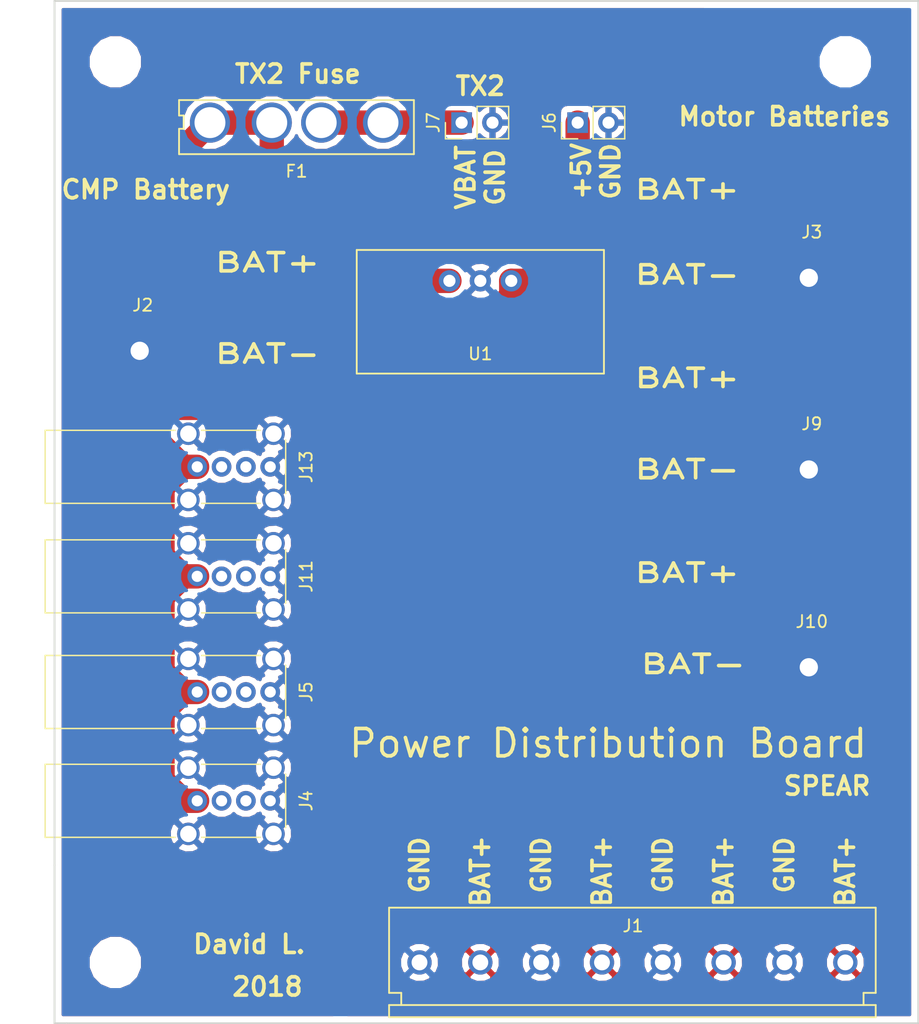
<source format=kicad_pcb>
(kicad_pcb (version 4) (host pcbnew 4.0.7)

  (general
    (links 46)
    (no_connects 0)
    (area 122.442857 64.825 198.075001 149.275)
    (thickness 1.6)
    (drawings 33)
    (tracks 36)
    (zones 0)
    (modules 16)
    (nets 14)
  )

  (page A4)
  (layers
    (0 F.Cu signal)
    (31 B.Cu signal)
    (32 B.Adhes user)
    (33 F.Adhes user)
    (34 B.Paste user)
    (35 F.Paste user)
    (36 B.SilkS user)
    (37 F.SilkS user)
    (38 B.Mask user)
    (39 F.Mask user)
    (40 Dwgs.User user)
    (41 Cmts.User user)
    (42 Eco1.User user)
    (43 Eco2.User user)
    (44 Edge.Cuts user)
    (45 Margin user)
    (46 B.CrtYd user)
    (47 F.CrtYd user)
    (48 B.Fab user)
    (49 F.Fab user)
  )

  (setup
    (last_trace_width 0.25)
    (user_trace_width 2)
    (user_trace_width 4)
    (trace_clearance 0.2)
    (zone_clearance 0.508)
    (zone_45_only no)
    (trace_min 0.2)
    (segment_width 0.2)
    (edge_width 0.15)
    (via_size 0.6)
    (via_drill 0.4)
    (via_min_size 0.4)
    (via_min_drill 0.3)
    (user_via 3 1.5)
    (uvia_size 0.3)
    (uvia_drill 0.1)
    (uvias_allowed no)
    (uvia_min_size 0.2)
    (uvia_min_drill 0.1)
    (pcb_text_width 0.3)
    (pcb_text_size 1.5 1.5)
    (mod_edge_width 0.15)
    (mod_text_size 1 1)
    (mod_text_width 0.15)
    (pad_size 1.524 1.524)
    (pad_drill 0.762)
    (pad_to_mask_clearance 0.2)
    (aux_axis_origin 127 149)
    (visible_elements 7FFFFFFF)
    (pcbplotparams
      (layerselection 0x010f0_80000001)
      (usegerberextensions false)
      (excludeedgelayer true)
      (linewidth 0.100000)
      (plotframeref false)
      (viasonmask false)
      (mode 1)
      (useauxorigin false)
      (hpglpennumber 1)
      (hpglpenspeed 20)
      (hpglpendiameter 15)
      (hpglpenoverlay 2)
      (psnegative false)
      (psa4output false)
      (plotreference true)
      (plotvalue true)
      (plotinvisibletext false)
      (padsonsilk false)
      (subtractmaskfromsilk false)
      (outputformat 1)
      (mirror false)
      (drillshape 0)
      (scaleselection 1)
      (outputdirectory Gerbers/))
  )

  (net 0 "")
  (net 1 /+CMP_BATT)
  (net 2 "Net-(F1-Pad2)")
  (net 3 /+Motor_BATT)
  (net 4 GND)
  (net 5 "Net-(J5-Pad2)")
  (net 6 "Net-(J11-Pad2)")
  (net 7 "Net-(J11-Pad3)")
  (net 8 "Net-(J13-Pad2)")
  (net 9 "Net-(J13-Pad3)")
  (net 10 "Net-(J5-Pad3)")
  (net 11 /+5V)
  (net 12 "Net-(J4-Pad2)")
  (net 13 "Net-(J4-Pad3)")

  (net_class Default "This is the default net class."
    (clearance 0.2)
    (trace_width 0.25)
    (via_dia 0.6)
    (via_drill 0.4)
    (uvia_dia 0.3)
    (uvia_drill 0.1)
    (add_net /+5V)
    (add_net /+CMP_BATT)
    (add_net /+Motor_BATT)
    (add_net GND)
    (add_net "Net-(F1-Pad2)")
    (add_net "Net-(J11-Pad2)")
    (add_net "Net-(J11-Pad3)")
    (add_net "Net-(J13-Pad2)")
    (add_net "Net-(J13-Pad3)")
    (add_net "Net-(J4-Pad2)")
    (add_net "Net-(J4-Pad3)")
    (add_net "Net-(J5-Pad2)")
    (add_net "Net-(J5-Pad3)")
  )

  (module Mounting_Holes:MountingHole_3.2mm_M3 (layer F.Cu) (tedit 5A57C679) (tstamp 5A57C7C6)
    (at 132 70)
    (descr "Mounting Hole 3.2mm, no annular, M3")
    (tags "mounting hole 3.2mm no annular m3")
    (attr virtual)
    (fp_text reference "" (at 0 -4.2) (layer F.SilkS)
      (effects (font (size 1 1) (thickness 0.15)))
    )
    (fp_text value MountingHole_3.2mm_M3 (at 0 4.2) (layer F.Fab)
      (effects (font (size 1 1) (thickness 0.15)))
    )
    (fp_text user %R (at 0.3 0) (layer F.Fab)
      (effects (font (size 1 1) (thickness 0.15)))
    )
    (fp_circle (center 0 0) (end 3.2 0) (layer Cmts.User) (width 0.15))
    (fp_circle (center 0 0) (end 3.45 0) (layer F.CrtYd) (width 0.05))
    (pad 1 np_thru_hole circle (at 0 0) (size 3.2 3.2) (drill 3.2) (layers *.Cu *.Mask))
  )

  (module Mounting_Holes:MountingHole_3.2mm_M3 (layer F.Cu) (tedit 5A57C68B) (tstamp 5A57C7BD)
    (at 132 144)
    (descr "Mounting Hole 3.2mm, no annular, M3")
    (tags "mounting hole 3.2mm no annular m3")
    (attr virtual)
    (fp_text reference "" (at 0 -4.2) (layer F.SilkS) hide
      (effects (font (size 1 1) (thickness 0.15)))
    )
    (fp_text value MountingHole_3.2mm_M3 (at 5 4.2) (layer F.Fab)
      (effects (font (size 1 1) (thickness 0.15)))
    )
    (fp_text user %R (at 0.3 0) (layer F.Fab)
      (effects (font (size 1 1) (thickness 0.15)))
    )
    (fp_circle (center 0 0) (end 3.2 0) (layer Cmts.User) (width 0.15))
    (fp_circle (center 0 0) (end 3.45 0) (layer F.CrtYd) (width 0.05))
    (pad 1 np_thru_hole circle (at 0 0) (size 3.2 3.2) (drill 3.2) (layers *.Cu *.Mask))
  )

  (module custom_footprints:3522-2_Auto_Fuse (layer F.Cu) (tedit 5A57BA4D) (tstamp 5A57C0A3)
    (at 146.888 75)
    (path /5A52A780)
    (fp_text reference F1 (at 0 4) (layer F.SilkS)
      (effects (font (size 1 1) (thickness 0.15)))
    )
    (fp_text value Fuse (at 0.112 -3) (layer F.Fab)
      (effects (font (size 1 1) (thickness 0.15)))
    )
    (fp_line (start -9.652 0.508) (end -9.652 2.5908) (layer F.SilkS) (width 0.15))
    (fp_line (start -9.271 0.508) (end -9.652 0.508) (layer F.SilkS) (width 0.15))
    (fp_line (start -9.271 -0.5842) (end -9.271 0.508) (layer F.SilkS) (width 0.15))
    (fp_line (start -9.652 -0.5842) (end -9.271 -0.5842) (layer F.SilkS) (width 0.15))
    (fp_line (start -9.652 -1.8542) (end -9.652 -0.5842) (layer F.SilkS) (width 0.15))
    (fp_line (start 9.652 2.5908) (end -9.652 2.5908) (layer F.SilkS) (width 0.15))
    (fp_line (start 9.652 -1.8542) (end 9.652 2.5908) (layer F.SilkS) (width 0.15))
    (fp_line (start -9.652 -1.8542) (end 9.652 -1.8542) (layer F.SilkS) (width 0.15))
    (pad 1 thru_hole circle (at -7.112 0) (size 3.302 3.302) (drill 2.54) (layers *.Cu *.Mask)
      (net 1 /+CMP_BATT))
    (pad 1 thru_hole circle (at -2.032 0) (size 3.302 3.302) (drill 2.54) (layers *.Cu *.Mask)
      (net 1 /+CMP_BATT))
    (pad 2 thru_hole circle (at 2.032 0) (size 3.302 3.302) (drill 2.54) (layers *.Cu *.Mask)
      (net 2 "Net-(F1-Pad2)"))
    (pad 2 thru_hole circle (at 7.112 0) (size 3.302 3.302) (drill 2.54) (layers *.Cu *.Mask)
      (net 2 "Net-(F1-Pad2)"))
  )

  (module custom_footprints:PHEONIX-8Pin-Screw-1935831 (layer F.Cu) (tedit 5A57BCDF) (tstamp 5A57C0FC)
    (at 174.5 144 180)
    (path /5A57B73A)
    (fp_text reference J1 (at -0.0508 3 180) (layer F.SilkS)
      (effects (font (size 1 1) (thickness 0.15)))
    )
    (fp_text value Conn_01x08 (at 21.5 0 270) (layer F.Fab)
      (effects (font (size 1 1) (thickness 0.15)))
    )
    (fp_line (start -19 -3.5) (end 19 -3.5) (layer F.SilkS) (width 0.15))
    (fp_line (start 20 -3.5) (end 20 -4.5) (layer F.SilkS) (width 0.15))
    (fp_line (start 19 -3.5) (end 20 -3.5) (layer F.SilkS) (width 0.15))
    (fp_line (start 19 -2.5) (end 19 -3.5) (layer F.SilkS) (width 0.15))
    (fp_line (start 20 -2.5) (end 19 -2.5) (layer F.SilkS) (width 0.15))
    (fp_line (start 20 4.5) (end 20 -2.5) (layer F.SilkS) (width 0.15))
    (fp_line (start -20 4.5) (end 20 4.5) (layer F.SilkS) (width 0.15))
    (fp_line (start -20 -2.5) (end -20 4.5) (layer F.SilkS) (width 0.15))
    (fp_line (start -19 -2.5) (end -20 -2.5) (layer F.SilkS) (width 0.15))
    (fp_line (start -19 -3.5) (end -19 -2.5) (layer F.SilkS) (width 0.15))
    (fp_line (start -20 -3.5) (end -19 -3.5) (layer F.SilkS) (width 0.15))
    (fp_line (start -20 -4.5) (end -20 -3.5) (layer F.SilkS) (width 0.15))
    (fp_line (start -20 -4.5) (end 20 -4.5) (layer F.SilkS) (width 0.15))
    (pad 1 thru_hole circle (at -17.5 0 180) (size 2 2) (drill 1.3) (layers *.Cu *.Mask)
      (net 3 /+Motor_BATT))
    (pad 2 thru_hole circle (at -12.5 0 180) (size 2 2) (drill 1.3) (layers *.Cu *.Mask)
      (net 4 GND))
    (pad 3 thru_hole circle (at -7.5 0 180) (size 2 2) (drill 1.3) (layers *.Cu *.Mask)
      (net 3 /+Motor_BATT))
    (pad 4 thru_hole circle (at -2.5 0 180) (size 2 2) (drill 1.3) (layers *.Cu *.Mask)
      (net 4 GND))
    (pad 5 thru_hole circle (at 2.5 0 180) (size 2 2) (drill 1.3) (layers *.Cu *.Mask)
      (net 3 /+Motor_BATT))
    (pad 6 thru_hole circle (at 7.5 0 180) (size 2 2) (drill 1.3) (layers *.Cu *.Mask)
      (net 4 GND))
    (pad 7 thru_hole circle (at 12.5 0 180) (size 2 2) (drill 1.3) (layers *.Cu *.Mask)
      (net 3 /+Motor_BATT))
    (pad 8 thru_hole circle (at 17.5 0 180) (size 2 2) (drill 1.3) (layers *.Cu *.Mask)
      (net 4 GND))
  )

  (module custom_footprints:SolderPad-double-5x10mm (layer F.Cu) (tedit 5A57BED3) (tstamp 5A57C102)
    (at 134 90)
    (path /5A52A638)
    (fp_text reference J2 (at 0.25 0) (layer F.SilkS)
      (effects (font (size 1 1) (thickness 0.15)))
    )
    (fp_text value Conn_01x02 (at 0 -7.25) (layer F.Fab)
      (effects (font (size 1 1) (thickness 0.15)))
    )
    (pad 1 smd rect (at 0 -3.75) (size 10 5) (layers F.Cu F.Paste F.Mask)
      (net 1 /+CMP_BATT))
    (pad 2 smd rect (at 0 3.75) (size 10 5) (layers F.Cu F.Paste F.Mask)
      (net 4 GND))
  )

  (module custom_footprints:SolderPad-double-5x10mm (layer F.Cu) (tedit 5A57BED3) (tstamp 5A57C108)
    (at 189 84)
    (path /5A52A1DD)
    (fp_text reference J3 (at 0.25 0) (layer F.SilkS)
      (effects (font (size 1 1) (thickness 0.15)))
    )
    (fp_text value Conn_01x02 (at 0 -7.25) (layer F.Fab)
      (effects (font (size 1 1) (thickness 0.15)))
    )
    (pad 1 smd rect (at 0 -3.75) (size 10 5) (layers F.Cu F.Paste F.Mask)
      (net 3 /+Motor_BATT))
    (pad 2 smd rect (at 0 3.75) (size 10 5) (layers F.Cu F.Paste F.Mask)
      (net 4 GND))
  )

  (module Connectors:USB_A_Vertical (layer F.Cu) (tedit 554409CC) (tstamp 5A57C114)
    (at 138.73 130.72 90)
    (descr "USB A vertical female connector, right angle")
    (tags "USB_A_Vertical female connector angled 73725-0110BLF")
    (path /5A57C508)
    (fp_text reference J4 (at 0 8.95 90) (layer F.SilkS)
      (effects (font (size 1 1) (thickness 0.15)))
    )
    (fp_text value USB_A (at -0.05 -5.8 90) (layer F.Fab)
      (effects (font (size 1 1) (thickness 0.15)))
    )
    (fp_line (start 3.9 -12.75) (end 3.9 7.55) (layer F.CrtYd) (width 0.05))
    (fp_line (start 3.9 7.55) (end -3.9 7.55) (layer F.CrtYd) (width 0.05))
    (fp_line (start -3.9 7.55) (end -3.9 -12.75) (layer F.CrtYd) (width 0.05))
    (fp_line (start -3.9 -12.75) (end 3.9 -12.75) (layer F.CrtYd) (width 0.05))
    (fp_line (start 3 -1.82) (end 3 -12.5) (layer F.SilkS) (width 0.12))
    (fp_line (start -3 -1.82) (end -3 -12.5) (layer F.SilkS) (width 0.12))
    (fp_line (start -3 -12.5) (end 3 -12.5) (layer F.SilkS) (width 0.12))
    (fp_line (start -3 0.36) (end -3 5.18) (layer F.SilkS) (width 0.12))
    (fp_line (start 2.2 7.27) (end -2.2 7.27) (layer F.SilkS) (width 0.12))
    (fp_line (start 3 0.36) (end 3 5.18) (layer F.SilkS) (width 0.12))
    (pad 1 thru_hole circle (at 0 0 90) (size 1.62 1.62) (drill 0.92) (layers *.Cu *.Mask)
      (net 11 /+5V))
    (pad 2 thru_hole circle (at 0 2 90) (size 1.62 1.62) (drill 0.92) (layers *.Cu *.Mask)
      (net 12 "Net-(J4-Pad2)"))
    (pad 3 thru_hole circle (at 0 4 90) (size 1.62 1.62) (drill 0.92) (layers *.Cu *.Mask)
      (net 13 "Net-(J4-Pad3)"))
    (pad 5 thru_hole circle (at 2.72 -0.73 90) (size 1.85 1.85) (drill 1.35) (layers *.Cu *.Mask)
      (net 4 GND))
    (pad 4 thru_hole circle (at 0 6 90) (size 1.62 1.62) (drill 0.92) (layers *.Cu *.Mask)
      (net 4 GND))
    (pad 5 thru_hole circle (at 2.72 6.27 90) (size 1.85 1.85) (drill 1.35) (layers *.Cu *.Mask)
      (net 4 GND))
    (pad 5 thru_hole circle (at -2.72 -0.73 90) (size 1.85 1.85) (drill 1.35) (layers *.Cu *.Mask)
      (net 4 GND))
    (pad 5 thru_hole circle (at -2.72 6.27 90) (size 1.85 1.85) (drill 1.35) (layers *.Cu *.Mask)
      (net 4 GND))
    (model ${KISYS3DMOD}/Connectors.3dshapes/USB_A_Vertical.wrl
      (at (xyz 0.01 -0.02 0.05))
      (scale (xyz 0.41 0.41 0.41))
      (rotate (xyz 0 -90 180))
    )
  )

  (module Connectors:USB_A_Vertical (layer F.Cu) (tedit 554409CC) (tstamp 5A57C120)
    (at 138.73 121.78 90)
    (descr "USB A vertical female connector, right angle")
    (tags "USB_A_Vertical female connector angled 73725-0110BLF")
    (path /5A52BFE7)
    (fp_text reference J5 (at 0 8.95 90) (layer F.SilkS)
      (effects (font (size 1 1) (thickness 0.15)))
    )
    (fp_text value USB_A (at -0.05 -5.8 90) (layer F.Fab)
      (effects (font (size 1 1) (thickness 0.15)))
    )
    (fp_line (start 3.9 -12.75) (end 3.9 7.55) (layer F.CrtYd) (width 0.05))
    (fp_line (start 3.9 7.55) (end -3.9 7.55) (layer F.CrtYd) (width 0.05))
    (fp_line (start -3.9 7.55) (end -3.9 -12.75) (layer F.CrtYd) (width 0.05))
    (fp_line (start -3.9 -12.75) (end 3.9 -12.75) (layer F.CrtYd) (width 0.05))
    (fp_line (start 3 -1.82) (end 3 -12.5) (layer F.SilkS) (width 0.12))
    (fp_line (start -3 -1.82) (end -3 -12.5) (layer F.SilkS) (width 0.12))
    (fp_line (start -3 -12.5) (end 3 -12.5) (layer F.SilkS) (width 0.12))
    (fp_line (start -3 0.36) (end -3 5.18) (layer F.SilkS) (width 0.12))
    (fp_line (start 2.2 7.27) (end -2.2 7.27) (layer F.SilkS) (width 0.12))
    (fp_line (start 3 0.36) (end 3 5.18) (layer F.SilkS) (width 0.12))
    (pad 1 thru_hole circle (at 0 0 90) (size 1.62 1.62) (drill 0.92) (layers *.Cu *.Mask)
      (net 11 /+5V))
    (pad 2 thru_hole circle (at 0 2 90) (size 1.62 1.62) (drill 0.92) (layers *.Cu *.Mask)
      (net 5 "Net-(J5-Pad2)"))
    (pad 3 thru_hole circle (at 0 4 90) (size 1.62 1.62) (drill 0.92) (layers *.Cu *.Mask)
      (net 10 "Net-(J5-Pad3)"))
    (pad 5 thru_hole circle (at 2.72 -0.73 90) (size 1.85 1.85) (drill 1.35) (layers *.Cu *.Mask)
      (net 4 GND))
    (pad 4 thru_hole circle (at 0 6 90) (size 1.62 1.62) (drill 0.92) (layers *.Cu *.Mask)
      (net 4 GND))
    (pad 5 thru_hole circle (at 2.72 6.27 90) (size 1.85 1.85) (drill 1.35) (layers *.Cu *.Mask)
      (net 4 GND))
    (pad 5 thru_hole circle (at -2.72 -0.73 90) (size 1.85 1.85) (drill 1.35) (layers *.Cu *.Mask)
      (net 4 GND))
    (pad 5 thru_hole circle (at -2.72 6.27 90) (size 1.85 1.85) (drill 1.35) (layers *.Cu *.Mask)
      (net 4 GND))
    (model ${KISYS3DMOD}/Connectors.3dshapes/USB_A_Vertical.wrl
      (at (xyz 0.01 -0.02 0.05))
      (scale (xyz 0.41 0.41 0.41))
      (rotate (xyz 0 -90 180))
    )
  )

  (module Pin_Headers:Pin_Header_Straight_1x02_Pitch2.54mm (layer F.Cu) (tedit 59650532) (tstamp 5A57C126)
    (at 170 75 90)
    (descr "Through hole straight pin header, 1x02, 2.54mm pitch, single row")
    (tags "Through hole pin header THT 1x02 2.54mm single row")
    (path /5A57C88A)
    (fp_text reference J6 (at 0 -2.33 90) (layer F.SilkS)
      (effects (font (size 1 1) (thickness 0.15)))
    )
    (fp_text value Conn_01x02 (at 0 4.87 90) (layer F.Fab)
      (effects (font (size 1 1) (thickness 0.15)))
    )
    (fp_line (start -0.635 -1.27) (end 1.27 -1.27) (layer F.Fab) (width 0.1))
    (fp_line (start 1.27 -1.27) (end 1.27 3.81) (layer F.Fab) (width 0.1))
    (fp_line (start 1.27 3.81) (end -1.27 3.81) (layer F.Fab) (width 0.1))
    (fp_line (start -1.27 3.81) (end -1.27 -0.635) (layer F.Fab) (width 0.1))
    (fp_line (start -1.27 -0.635) (end -0.635 -1.27) (layer F.Fab) (width 0.1))
    (fp_line (start -1.33 3.87) (end 1.33 3.87) (layer F.SilkS) (width 0.12))
    (fp_line (start -1.33 1.27) (end -1.33 3.87) (layer F.SilkS) (width 0.12))
    (fp_line (start 1.33 1.27) (end 1.33 3.87) (layer F.SilkS) (width 0.12))
    (fp_line (start -1.33 1.27) (end 1.33 1.27) (layer F.SilkS) (width 0.12))
    (fp_line (start -1.33 0) (end -1.33 -1.33) (layer F.SilkS) (width 0.12))
    (fp_line (start -1.33 -1.33) (end 0 -1.33) (layer F.SilkS) (width 0.12))
    (fp_line (start -1.8 -1.8) (end -1.8 4.35) (layer F.CrtYd) (width 0.05))
    (fp_line (start -1.8 4.35) (end 1.8 4.35) (layer F.CrtYd) (width 0.05))
    (fp_line (start 1.8 4.35) (end 1.8 -1.8) (layer F.CrtYd) (width 0.05))
    (fp_line (start 1.8 -1.8) (end -1.8 -1.8) (layer F.CrtYd) (width 0.05))
    (fp_text user %R (at 0 1.27 180) (layer F.Fab)
      (effects (font (size 1 1) (thickness 0.15)))
    )
    (pad 1 thru_hole rect (at 0 0 90) (size 1.7 1.7) (drill 1) (layers *.Cu *.Mask)
      (net 11 /+5V))
    (pad 2 thru_hole oval (at 0 2.54 90) (size 1.7 1.7) (drill 1) (layers *.Cu *.Mask)
      (net 4 GND))
    (model ${KISYS3DMOD}/Pin_Headers.3dshapes/Pin_Header_Straight_1x02_Pitch2.54mm.wrl
      (at (xyz 0 0 0))
      (scale (xyz 1 1 1))
      (rotate (xyz 0 0 0))
    )
  )

  (module Pin_Headers:Pin_Header_Straight_1x02_Pitch2.54mm (layer F.Cu) (tedit 59650532) (tstamp 5A57C12C)
    (at 160.46 75 90)
    (descr "Through hole straight pin header, 1x02, 2.54mm pitch, single row")
    (tags "Through hole pin header THT 1x02 2.54mm single row")
    (path /5A52A83B)
    (fp_text reference J7 (at 0 -2.33 90) (layer F.SilkS)
      (effects (font (size 1 1) (thickness 0.15)))
    )
    (fp_text value Conn_01x02 (at 0 4.87 90) (layer F.Fab)
      (effects (font (size 1 1) (thickness 0.15)))
    )
    (fp_line (start -0.635 -1.27) (end 1.27 -1.27) (layer F.Fab) (width 0.1))
    (fp_line (start 1.27 -1.27) (end 1.27 3.81) (layer F.Fab) (width 0.1))
    (fp_line (start 1.27 3.81) (end -1.27 3.81) (layer F.Fab) (width 0.1))
    (fp_line (start -1.27 3.81) (end -1.27 -0.635) (layer F.Fab) (width 0.1))
    (fp_line (start -1.27 -0.635) (end -0.635 -1.27) (layer F.Fab) (width 0.1))
    (fp_line (start -1.33 3.87) (end 1.33 3.87) (layer F.SilkS) (width 0.12))
    (fp_line (start -1.33 1.27) (end -1.33 3.87) (layer F.SilkS) (width 0.12))
    (fp_line (start 1.33 1.27) (end 1.33 3.87) (layer F.SilkS) (width 0.12))
    (fp_line (start -1.33 1.27) (end 1.33 1.27) (layer F.SilkS) (width 0.12))
    (fp_line (start -1.33 0) (end -1.33 -1.33) (layer F.SilkS) (width 0.12))
    (fp_line (start -1.33 -1.33) (end 0 -1.33) (layer F.SilkS) (width 0.12))
    (fp_line (start -1.8 -1.8) (end -1.8 4.35) (layer F.CrtYd) (width 0.05))
    (fp_line (start -1.8 4.35) (end 1.8 4.35) (layer F.CrtYd) (width 0.05))
    (fp_line (start 1.8 4.35) (end 1.8 -1.8) (layer F.CrtYd) (width 0.05))
    (fp_line (start 1.8 -1.8) (end -1.8 -1.8) (layer F.CrtYd) (width 0.05))
    (fp_text user %R (at 0 1.27 180) (layer F.Fab)
      (effects (font (size 1 1) (thickness 0.15)))
    )
    (pad 1 thru_hole rect (at 0 0 90) (size 1.7 1.7) (drill 1) (layers *.Cu *.Mask)
      (net 2 "Net-(F1-Pad2)"))
    (pad 2 thru_hole oval (at 0 2.54 90) (size 1.7 1.7) (drill 1) (layers *.Cu *.Mask)
      (net 4 GND))
    (model ${KISYS3DMOD}/Pin_Headers.3dshapes/Pin_Header_Straight_1x02_Pitch2.54mm.wrl
      (at (xyz 0 0 0))
      (scale (xyz 1 1 1))
      (rotate (xyz 0 0 0))
    )
  )

  (module custom_footprints:SolderPad-double-5x10mm (layer F.Cu) (tedit 5A57BED3) (tstamp 5A57C132)
    (at 189 99.75)
    (path /5A52B436)
    (fp_text reference J9 (at 0.25 0) (layer F.SilkS)
      (effects (font (size 1 1) (thickness 0.15)))
    )
    (fp_text value Conn_01x02 (at 0 -7.25) (layer F.Fab)
      (effects (font (size 1 1) (thickness 0.15)))
    )
    (pad 1 smd rect (at 0 -3.75) (size 10 5) (layers F.Cu F.Paste F.Mask)
      (net 3 /+Motor_BATT))
    (pad 2 smd rect (at 0 3.75) (size 10 5) (layers F.Cu F.Paste F.Mask)
      (net 4 GND))
  )

  (module custom_footprints:SolderPad-double-5x10mm (layer F.Cu) (tedit 5A57BED3) (tstamp 5A57C138)
    (at 189 116)
    (path /5A52B489)
    (fp_text reference J10 (at 0.25 0) (layer F.SilkS)
      (effects (font (size 1 1) (thickness 0.15)))
    )
    (fp_text value Conn_01x02 (at 0 -7.25) (layer F.Fab)
      (effects (font (size 1 1) (thickness 0.15)))
    )
    (pad 1 smd rect (at 0 -3.75) (size 10 5) (layers F.Cu F.Paste F.Mask)
      (net 3 /+Motor_BATT))
    (pad 2 smd rect (at 0 3.75) (size 10 5) (layers F.Cu F.Paste F.Mask)
      (net 4 GND))
  )

  (module Connectors:USB_A_Vertical (layer F.Cu) (tedit 554409CC) (tstamp 5A57C144)
    (at 138.73 112.28 90)
    (descr "USB A vertical female connector, right angle")
    (tags "USB_A_Vertical female connector angled 73725-0110BLF")
    (path /5A52C038)
    (fp_text reference J11 (at 0 8.95 90) (layer F.SilkS)
      (effects (font (size 1 1) (thickness 0.15)))
    )
    (fp_text value USB_A (at -0.05 -5.8 90) (layer F.Fab)
      (effects (font (size 1 1) (thickness 0.15)))
    )
    (fp_line (start 3.9 -12.75) (end 3.9 7.55) (layer F.CrtYd) (width 0.05))
    (fp_line (start 3.9 7.55) (end -3.9 7.55) (layer F.CrtYd) (width 0.05))
    (fp_line (start -3.9 7.55) (end -3.9 -12.75) (layer F.CrtYd) (width 0.05))
    (fp_line (start -3.9 -12.75) (end 3.9 -12.75) (layer F.CrtYd) (width 0.05))
    (fp_line (start 3 -1.82) (end 3 -12.5) (layer F.SilkS) (width 0.12))
    (fp_line (start -3 -1.82) (end -3 -12.5) (layer F.SilkS) (width 0.12))
    (fp_line (start -3 -12.5) (end 3 -12.5) (layer F.SilkS) (width 0.12))
    (fp_line (start -3 0.36) (end -3 5.18) (layer F.SilkS) (width 0.12))
    (fp_line (start 2.2 7.27) (end -2.2 7.27) (layer F.SilkS) (width 0.12))
    (fp_line (start 3 0.36) (end 3 5.18) (layer F.SilkS) (width 0.12))
    (pad 1 thru_hole circle (at 0 0 90) (size 1.62 1.62) (drill 0.92) (layers *.Cu *.Mask)
      (net 11 /+5V))
    (pad 2 thru_hole circle (at 0 2 90) (size 1.62 1.62) (drill 0.92) (layers *.Cu *.Mask)
      (net 6 "Net-(J11-Pad2)"))
    (pad 3 thru_hole circle (at 0 4 90) (size 1.62 1.62) (drill 0.92) (layers *.Cu *.Mask)
      (net 7 "Net-(J11-Pad3)"))
    (pad 5 thru_hole circle (at 2.72 -0.73 90) (size 1.85 1.85) (drill 1.35) (layers *.Cu *.Mask)
      (net 4 GND))
    (pad 4 thru_hole circle (at 0 6 90) (size 1.62 1.62) (drill 0.92) (layers *.Cu *.Mask)
      (net 4 GND))
    (pad 5 thru_hole circle (at 2.72 6.27 90) (size 1.85 1.85) (drill 1.35) (layers *.Cu *.Mask)
      (net 4 GND))
    (pad 5 thru_hole circle (at -2.72 -0.73 90) (size 1.85 1.85) (drill 1.35) (layers *.Cu *.Mask)
      (net 4 GND))
    (pad 5 thru_hole circle (at -2.72 6.27 90) (size 1.85 1.85) (drill 1.35) (layers *.Cu *.Mask)
      (net 4 GND))
    (model ${KISYS3DMOD}/Connectors.3dshapes/USB_A_Vertical.wrl
      (at (xyz 0.01 -0.02 0.05))
      (scale (xyz 0.41 0.41 0.41))
      (rotate (xyz 0 -90 180))
    )
  )

  (module Connectors:USB_A_Vertical (layer F.Cu) (tedit 554409CC) (tstamp 5A57C150)
    (at 138.73 103.28 90)
    (descr "USB A vertical female connector, right angle")
    (tags "USB_A_Vertical female connector angled 73725-0110BLF")
    (path /5A52C08D)
    (fp_text reference J13 (at 0 8.95 90) (layer F.SilkS)
      (effects (font (size 1 1) (thickness 0.15)))
    )
    (fp_text value USB_A (at -0.05 -5.8 90) (layer F.Fab)
      (effects (font (size 1 1) (thickness 0.15)))
    )
    (fp_line (start 3.9 -12.75) (end 3.9 7.55) (layer F.CrtYd) (width 0.05))
    (fp_line (start 3.9 7.55) (end -3.9 7.55) (layer F.CrtYd) (width 0.05))
    (fp_line (start -3.9 7.55) (end -3.9 -12.75) (layer F.CrtYd) (width 0.05))
    (fp_line (start -3.9 -12.75) (end 3.9 -12.75) (layer F.CrtYd) (width 0.05))
    (fp_line (start 3 -1.82) (end 3 -12.5) (layer F.SilkS) (width 0.12))
    (fp_line (start -3 -1.82) (end -3 -12.5) (layer F.SilkS) (width 0.12))
    (fp_line (start -3 -12.5) (end 3 -12.5) (layer F.SilkS) (width 0.12))
    (fp_line (start -3 0.36) (end -3 5.18) (layer F.SilkS) (width 0.12))
    (fp_line (start 2.2 7.27) (end -2.2 7.27) (layer F.SilkS) (width 0.12))
    (fp_line (start 3 0.36) (end 3 5.18) (layer F.SilkS) (width 0.12))
    (pad 1 thru_hole circle (at 0 0 90) (size 1.62 1.62) (drill 0.92) (layers *.Cu *.Mask)
      (net 11 /+5V))
    (pad 2 thru_hole circle (at 0 2 90) (size 1.62 1.62) (drill 0.92) (layers *.Cu *.Mask)
      (net 8 "Net-(J13-Pad2)"))
    (pad 3 thru_hole circle (at 0 4 90) (size 1.62 1.62) (drill 0.92) (layers *.Cu *.Mask)
      (net 9 "Net-(J13-Pad3)"))
    (pad 5 thru_hole circle (at 2.72 -0.73 90) (size 1.85 1.85) (drill 1.35) (layers *.Cu *.Mask)
      (net 4 GND))
    (pad 4 thru_hole circle (at 0 6 90) (size 1.62 1.62) (drill 0.92) (layers *.Cu *.Mask)
      (net 4 GND))
    (pad 5 thru_hole circle (at 2.72 6.27 90) (size 1.85 1.85) (drill 1.35) (layers *.Cu *.Mask)
      (net 4 GND))
    (pad 5 thru_hole circle (at -2.72 -0.73 90) (size 1.85 1.85) (drill 1.35) (layers *.Cu *.Mask)
      (net 4 GND))
    (pad 5 thru_hole circle (at -2.72 6.27 90) (size 1.85 1.85) (drill 1.35) (layers *.Cu *.Mask)
      (net 4 GND))
    (model ${KISYS3DMOD}/Connectors.3dshapes/USB_A_Vertical.wrl
      (at (xyz 0.01 -0.02 0.05))
      (scale (xyz 0.41 0.41 0.41))
      (rotate (xyz 0 -90 180))
    )
  )

  (module custom_footprints:V78-2000 (layer F.Cu) (tedit 5A57B8AF) (tstamp 5A57C15B)
    (at 162 88)
    (path /5A57C098)
    (fp_text reference U1 (at 0 6) (layer F.SilkS)
      (effects (font (size 1 1) (thickness 0.15)))
    )
    (fp_text value V7805-2000 (at 0 -5.08) (layer F.Fab)
      (effects (font (size 1 1) (thickness 0.15)))
    )
    (fp_line (start 10.16 -2.54) (end 10.16 7.62) (layer F.SilkS) (width 0.15))
    (fp_line (start -10.16 7.62) (end -10.16 -2.54) (layer F.SilkS) (width 0.15))
    (fp_line (start 10.16 7.62) (end -10.16 7.62) (layer F.SilkS) (width 0.15))
    (fp_line (start -10.16 -2.54) (end 10.16 -2.54) (layer F.SilkS) (width 0.15))
    (pad 1 thru_hole circle (at -2.54 0) (size 1.75 1.75) (drill 1) (layers *.Cu *.Mask)
      (net 1 /+CMP_BATT))
    (pad 2 thru_hole circle (at 0 0) (size 1.75 1.75) (drill 1) (layers *.Cu *.Mask)
      (net 4 GND))
    (pad 3 thru_hole circle (at 2.54 0) (size 1.75 1.75) (drill 1) (layers *.Cu *.Mask)
      (net 11 /+5V))
  )

  (module Mounting_Holes:MountingHole_3.2mm_M3 (layer F.Cu) (tedit 5A57C680) (tstamp 5A57C7AA)
    (at 192 70)
    (descr "Mounting Hole 3.2mm, no annular, M3")
    (tags "mounting hole 3.2mm no annular m3")
    (attr virtual)
    (fp_text reference REF** (at 0 -4.2) (layer F.SilkS) hide
      (effects (font (size 1 1) (thickness 0.15)))
    )
    (fp_text value MountingHole_3.2mm_M3 (at -4 4) (layer F.Fab)
      (effects (font (size 1 1) (thickness 0.15)))
    )
    (fp_text user %R (at 0.3 0) (layer F.Fab)
      (effects (font (size 1 1) (thickness 0.15)))
    )
    (fp_circle (center 0 0) (end 3.2 0) (layer Cmts.User) (width 0.15))
    (fp_circle (center 0 0) (end 3.45 0) (layer F.CrtYd) (width 0.05))
    (pad 1 np_thru_hole circle (at 0 0) (size 3.2 3.2) (drill 3.2) (layers *.Cu *.Mask))
  )

  (gr_text "Motor Batteries" (at 187 74.5) (layer F.SilkS)
    (effects (font (size 1.5 1.5) (thickness 0.3)))
  )
  (gr_text "CMP Battery" (at 134.5 80.5) (layer F.SilkS)
    (effects (font (size 1.5 1.5) (thickness 0.3)))
  )
  (gr_text SPEAR (at 190.5 129.5) (layer F.SilkS)
    (effects (font (size 1.5 1.5) (thickness 0.3)))
  )
  (gr_text 2018 (at 144.5 146) (layer F.SilkS)
    (effects (font (size 1.5 1.5) (thickness 0.3)))
  )
  (gr_text "David L." (at 143 142.5) (layer F.SilkS)
    (effects (font (size 1.5 1.5) (thickness 0.3)))
  )
  (gr_text "Power Distribution Board" (at 172.5 126) (layer F.SilkS)
    (effects (font (size 2.25 2.25) (thickness 0.3)))
  )
  (gr_text BAT+ (at 192 136.5 90) (layer F.SilkS) (tstamp 5A57C93F)
    (effects (font (size 1.5 1.5) (thickness 0.3)))
  )
  (gr_text BAT+ (at 182 136.5 90) (layer F.SilkS) (tstamp 5A57C93D)
    (effects (font (size 1.5 1.5) (thickness 0.3)))
  )
  (gr_text BAT+ (at 172 136.5 90) (layer F.SilkS) (tstamp 5A57C93B)
    (effects (font (size 1.5 1.5) (thickness 0.3)))
  )
  (gr_text BAT+ (at 162 136.5 90) (layer F.SilkS)
    (effects (font (size 1.5 1.5) (thickness 0.3)))
  )
  (gr_text GND (at 187 136 90) (layer F.SilkS) (tstamp 5A57C926)
    (effects (font (size 1.5 1.5) (thickness 0.3)))
  )
  (gr_text GND (at 177 136 90) (layer F.SilkS) (tstamp 5A57C924)
    (effects (font (size 1.5 1.5) (thickness 0.3)))
  )
  (gr_text GND (at 167 136 90) (layer F.SilkS) (tstamp 5A57C91F)
    (effects (font (size 1.5 1.5) (thickness 0.3)))
  )
  (gr_text GND (at 157 136 90) (layer F.SilkS)
    (effects (font (size 1.5 1.5) (thickness 0.3)))
  )
  (gr_text BAT- (at 179.5 119.5) (layer F.SilkS) (tstamp 5A57C8A1)
    (effects (font (size 1.5 2.25) (thickness 0.3)))
  )
  (gr_text BAT- (at 179 103.5) (layer F.SilkS) (tstamp 5A57C8A0)
    (effects (font (size 1.5 2.25) (thickness 0.3)))
  )
  (gr_text BAT+ (at 179 112) (layer F.SilkS) (tstamp 5A57C84B)
    (effects (font (size 1.5 2.25) (thickness 0.3)))
  )
  (gr_text BAT+ (at 179 96) (layer F.SilkS) (tstamp 5A57C84A)
    (effects (font (size 1.5 2.25) (thickness 0.3)))
  )
  (gr_text BAT- (at 179 87.5) (layer F.SilkS) (tstamp 5A57C848)
    (effects (font (size 1.5 2.25) (thickness 0.3)))
  )
  (gr_text BAT+ (at 179 80.5) (layer F.SilkS) (tstamp 5A57C845)
    (effects (font (size 1.5 2.25) (thickness 0.3)))
  )
  (gr_text BAT- (at 144.5 94) (layer F.SilkS)
    (effects (font (size 1.5 2.25) (thickness 0.3)))
  )
  (gr_text BAT+ (at 144.5 86.5) (layer F.SilkS)
    (effects (font (size 1.5 2.25) (thickness 0.3)))
  )
  (gr_line (start 198 136) (end 198 149) (layer Edge.Cuts) (width 0.15))
  (gr_line (start 127 136) (end 127 149) (layer Edge.Cuts) (width 0.15))
  (gr_line (start 127 136) (end 127 65) (layer Edge.Cuts) (width 0.15))
  (gr_line (start 128 149) (end 127 149) (layer Edge.Cuts) (width 0.15))
  (gr_line (start 198 149) (end 128 149) (layer Edge.Cuts) (width 0.15))
  (gr_line (start 198 65) (end 198 136) (layer Edge.Cuts) (width 0.15))
  (gr_line (start 127 65) (end 198 65) (layer Edge.Cuts) (width 0.15))
  (gr_text "TX2 Fuse" (at 147 71) (layer F.SilkS)
    (effects (font (size 1.5 1.5) (thickness 0.3)))
  )
  (gr_text "VBAT\nGND" (at 162 79.5 90) (layer F.SilkS)
    (effects (font (size 1.5 1.5) (thickness 0.3)))
  )
  (gr_text TX2 (at 162 72) (layer F.SilkS)
    (effects (font (size 1.5 1.5) (thickness 0.3)))
  )
  (gr_text "+5V\nGND" (at 171.5 79 90) (layer F.SilkS)
    (effects (font (size 1.5 1.5) (thickness 0.3)))
  )

  (segment (start 144.856 83.356) (end 149.5 88) (width 2) (layer F.Cu) (net 1))
  (segment (start 149.5 88) (end 159.46 88) (width 2) (layer F.Cu) (net 1))
  (segment (start 144.856 75) (end 144.856 83.356) (width 2) (layer F.Cu) (net 1))
  (segment (start 139.776 75) (end 144.856 75) (width 2) (layer F.Cu) (net 1))
  (segment (start 134 86.25) (end 134 80.776) (width 2) (layer F.Cu) (net 1))
  (segment (start 134 80.776) (end 139.776 75) (width 2) (layer F.Cu) (net 1))
  (segment (start 154 75) (end 160.46 75) (width 2) (layer F.Cu) (net 2))
  (segment (start 148.92 75) (end 154 75) (width 2) (layer F.Cu) (net 2))
  (via (at 134 93.75) (size 3) (drill 1.5) (layers F.Cu B.Cu) (net 4))
  (via (at 189 87.75) (size 3) (drill 1.5) (layers F.Cu B.Cu) (net 4))
  (via (at 189 103.5) (size 3) (drill 1.5) (layers F.Cu B.Cu) (net 4))
  (via (at 189 119.75) (size 3) (drill 1.5) (layers F.Cu B.Cu) (net 4))
  (segment (start 137.574998 121.78) (end 135.874999 123.479999) (width 2) (layer F.Cu) (net 11))
  (segment (start 135.874999 123.479999) (end 135.874999 129.020001) (width 2) (layer F.Cu) (net 11))
  (segment (start 135.874999 129.020001) (end 137.574998 130.72) (width 2) (layer F.Cu) (net 11))
  (segment (start 137.574998 130.72) (end 138.719999 130.72) (width 2) (layer F.Cu) (net 11))
  (segment (start 137.574998 112.28) (end 135.874999 113.979999) (width 2) (layer F.Cu) (net 11))
  (segment (start 135.874999 113.979999) (end 135.874999 120.080001) (width 2) (layer F.Cu) (net 11))
  (segment (start 135.874999 120.080001) (end 137.574998 121.78) (width 2) (layer F.Cu) (net 11))
  (segment (start 137.574998 121.78) (end 138.719999 121.78) (width 2) (layer F.Cu) (net 11))
  (segment (start 137.574998 103.28) (end 135.874999 104.979999) (width 2) (layer F.Cu) (net 11))
  (segment (start 135.874999 104.979999) (end 135.874999 110.580001) (width 2) (layer F.Cu) (net 11))
  (segment (start 135.874999 110.580001) (end 137.574998 112.28) (width 2) (layer F.Cu) (net 11))
  (segment (start 137.574998 112.28) (end 138.719999 112.28) (width 2) (layer F.Cu) (net 11))
  (segment (start 135 98.5) (end 135 100.705002) (width 2) (layer F.Cu) (net 11))
  (segment (start 135 100.705002) (end 137.574998 103.28) (width 2) (layer F.Cu) (net 11))
  (segment (start 137.574998 103.28) (end 138.719999 103.28) (width 2) (layer F.Cu) (net 11))
  (segment (start 134.934999 98.434999) (end 135 98.5) (width 2) (layer F.Cu) (net 11))
  (segment (start 143.5 95.5) (end 140.565001 98.434999) (width 2) (layer F.Cu) (net 11))
  (segment (start 140.565001 98.434999) (end 134.934999 98.434999) (width 2) (layer F.Cu) (net 11))
  (segment (start 158.277436 95.5) (end 143.5 95.5) (width 2) (layer F.Cu) (net 11))
  (segment (start 164.54 88) (end 164.54 89.237436) (width 2) (layer F.Cu) (net 11))
  (segment (start 164.54 89.237436) (end 158.277436 95.5) (width 2) (layer F.Cu) (net 11))
  (segment (start 164.54 88) (end 167 88) (width 2) (layer F.Cu) (net 11))
  (segment (start 167 88) (end 170 85) (width 2) (layer F.Cu) (net 11))
  (segment (start 170 85) (end 170 75) (width 2) (layer F.Cu) (net 11))

  (zone (net 4) (net_name GND) (layer B.Cu) (tstamp 0) (hatch edge 0.508)
    (connect_pads (clearance 0.508))
    (min_thickness 0.254)
    (fill yes (arc_segments 16) (thermal_gap 0.508) (thermal_bridge_width 0.508))
    (polygon
      (pts
        (xy 127.5 65.5) (xy 197.5 65.5) (xy 197.5 148.5) (xy 127.5 148.5)
      )
    )
    (filled_polygon
      (pts
        (xy 197.29 148.29) (xy 127.71 148.29) (xy 127.71 144.442619) (xy 129.764613 144.442619) (xy 130.104155 145.264372)
        (xy 130.732321 145.893636) (xy 131.553481 146.234611) (xy 132.442619 146.235387) (xy 133.264372 145.895845) (xy 133.893636 145.267679)
        (xy 133.941449 145.152532) (xy 156.027073 145.152532) (xy 156.125736 145.419387) (xy 156.735461 145.645908) (xy 157.38546 145.621856)
        (xy 157.874264 145.419387) (xy 157.972927 145.152532) (xy 157 144.179605) (xy 156.027073 145.152532) (xy 133.941449 145.152532)
        (xy 134.234611 144.446519) (xy 134.235231 143.735461) (xy 155.354092 143.735461) (xy 155.378144 144.38546) (xy 155.580613 144.874264)
        (xy 155.847468 144.972927) (xy 156.820395 144) (xy 157.179605 144) (xy 158.152532 144.972927) (xy 158.419387 144.874264)
        (xy 158.623893 144.323795) (xy 160.364716 144.323795) (xy 160.613106 144.924943) (xy 161.072637 145.385278) (xy 161.673352 145.634716)
        (xy 162.323795 145.635284) (xy 162.924943 145.386894) (xy 163.159715 145.152532) (xy 166.027073 145.152532) (xy 166.125736 145.419387)
        (xy 166.735461 145.645908) (xy 167.38546 145.621856) (xy 167.874264 145.419387) (xy 167.972927 145.152532) (xy 167 144.179605)
        (xy 166.027073 145.152532) (xy 163.159715 145.152532) (xy 163.385278 144.927363) (xy 163.634716 144.326648) (xy 163.635232 143.735461)
        (xy 165.354092 143.735461) (xy 165.378144 144.38546) (xy 165.580613 144.874264) (xy 165.847468 144.972927) (xy 166.820395 144)
        (xy 167.179605 144) (xy 168.152532 144.972927) (xy 168.419387 144.874264) (xy 168.623893 144.323795) (xy 170.364716 144.323795)
        (xy 170.613106 144.924943) (xy 171.072637 145.385278) (xy 171.673352 145.634716) (xy 172.323795 145.635284) (xy 172.924943 145.386894)
        (xy 173.159715 145.152532) (xy 176.027073 145.152532) (xy 176.125736 145.419387) (xy 176.735461 145.645908) (xy 177.38546 145.621856)
        (xy 177.874264 145.419387) (xy 177.972927 145.152532) (xy 177 144.179605) (xy 176.027073 145.152532) (xy 173.159715 145.152532)
        (xy 173.385278 144.927363) (xy 173.634716 144.326648) (xy 173.635232 143.735461) (xy 175.354092 143.735461) (xy 175.378144 144.38546)
        (xy 175.580613 144.874264) (xy 175.847468 144.972927) (xy 176.820395 144) (xy 177.179605 144) (xy 178.152532 144.972927)
        (xy 178.419387 144.874264) (xy 178.623893 144.323795) (xy 180.364716 144.323795) (xy 180.613106 144.924943) (xy 181.072637 145.385278)
        (xy 181.673352 145.634716) (xy 182.323795 145.635284) (xy 182.924943 145.386894) (xy 183.159715 145.152532) (xy 186.027073 145.152532)
        (xy 186.125736 145.419387) (xy 186.735461 145.645908) (xy 187.38546 145.621856) (xy 187.874264 145.419387) (xy 187.972927 145.152532)
        (xy 187 144.179605) (xy 186.027073 145.152532) (xy 183.159715 145.152532) (xy 183.385278 144.927363) (xy 183.634716 144.326648)
        (xy 183.635232 143.735461) (xy 185.354092 143.735461) (xy 185.378144 144.38546) (xy 185.580613 144.874264) (xy 185.847468 144.972927)
        (xy 186.820395 144) (xy 187.179605 144) (xy 188.152532 144.972927) (xy 188.419387 144.874264) (xy 188.623893 144.323795)
        (xy 190.364716 144.323795) (xy 190.613106 144.924943) (xy 191.072637 145.385278) (xy 191.673352 145.634716) (xy 192.323795 145.635284)
        (xy 192.924943 145.386894) (xy 193.385278 144.927363) (xy 193.634716 144.326648) (xy 193.635284 143.676205) (xy 193.386894 143.075057)
        (xy 192.927363 142.614722) (xy 192.326648 142.365284) (xy 191.676205 142.364716) (xy 191.075057 142.613106) (xy 190.614722 143.072637)
        (xy 190.365284 143.673352) (xy 190.364716 144.323795) (xy 188.623893 144.323795) (xy 188.645908 144.264539) (xy 188.621856 143.61454)
        (xy 188.419387 143.125736) (xy 188.152532 143.027073) (xy 187.179605 144) (xy 186.820395 144) (xy 185.847468 143.027073)
        (xy 185.580613 143.125736) (xy 185.354092 143.735461) (xy 183.635232 143.735461) (xy 183.635284 143.676205) (xy 183.386894 143.075057)
        (xy 183.159703 142.847468) (xy 186.027073 142.847468) (xy 187 143.820395) (xy 187.972927 142.847468) (xy 187.874264 142.580613)
        (xy 187.264539 142.354092) (xy 186.61454 142.378144) (xy 186.125736 142.580613) (xy 186.027073 142.847468) (xy 183.159703 142.847468)
        (xy 182.927363 142.614722) (xy 182.326648 142.365284) (xy 181.676205 142.364716) (xy 181.075057 142.613106) (xy 180.614722 143.072637)
        (xy 180.365284 143.673352) (xy 180.364716 144.323795) (xy 178.623893 144.323795) (xy 178.645908 144.264539) (xy 178.621856 143.61454)
        (xy 178.419387 143.125736) (xy 178.152532 143.027073) (xy 177.179605 144) (xy 176.820395 144) (xy 175.847468 143.027073)
        (xy 175.580613 143.125736) (xy 175.354092 143.735461) (xy 173.635232 143.735461) (xy 173.635284 143.676205) (xy 173.386894 143.075057)
        (xy 173.159703 142.847468) (xy 176.027073 142.847468) (xy 177 143.820395) (xy 177.972927 142.847468) (xy 177.874264 142.580613)
        (xy 177.264539 142.354092) (xy 176.61454 142.378144) (xy 176.125736 142.580613) (xy 176.027073 142.847468) (xy 173.159703 142.847468)
        (xy 172.927363 142.614722) (xy 172.326648 142.365284) (xy 171.676205 142.364716) (xy 171.075057 142.613106) (xy 170.614722 143.072637)
        (xy 170.365284 143.673352) (xy 170.364716 144.323795) (xy 168.623893 144.323795) (xy 168.645908 144.264539) (xy 168.621856 143.61454)
        (xy 168.419387 143.125736) (xy 168.152532 143.027073) (xy 167.179605 144) (xy 166.820395 144) (xy 165.847468 143.027073)
        (xy 165.580613 143.125736) (xy 165.354092 143.735461) (xy 163.635232 143.735461) (xy 163.635284 143.676205) (xy 163.386894 143.075057)
        (xy 163.159703 142.847468) (xy 166.027073 142.847468) (xy 167 143.820395) (xy 167.972927 142.847468) (xy 167.874264 142.580613)
        (xy 167.264539 142.354092) (xy 166.61454 142.378144) (xy 166.125736 142.580613) (xy 166.027073 142.847468) (xy 163.159703 142.847468)
        (xy 162.927363 142.614722) (xy 162.326648 142.365284) (xy 161.676205 142.364716) (xy 161.075057 142.613106) (xy 160.614722 143.072637)
        (xy 160.365284 143.673352) (xy 160.364716 144.323795) (xy 158.623893 144.323795) (xy 158.645908 144.264539) (xy 158.621856 143.61454)
        (xy 158.419387 143.125736) (xy 158.152532 143.027073) (xy 157.179605 144) (xy 156.820395 144) (xy 155.847468 143.027073)
        (xy 155.580613 143.125736) (xy 155.354092 143.735461) (xy 134.235231 143.735461) (xy 134.235387 143.557381) (xy 133.942057 142.847468)
        (xy 156.027073 142.847468) (xy 157 143.820395) (xy 157.972927 142.847468) (xy 157.874264 142.580613) (xy 157.264539 142.354092)
        (xy 156.61454 142.378144) (xy 156.125736 142.580613) (xy 156.027073 142.847468) (xy 133.942057 142.847468) (xy 133.895845 142.735628)
        (xy 133.267679 142.106364) (xy 132.446519 141.765389) (xy 131.557381 141.764613) (xy 130.735628 142.104155) (xy 130.106364 142.732321)
        (xy 129.765389 143.553481) (xy 129.764613 144.442619) (xy 127.71 144.442619) (xy 127.71 134.538256) (xy 137.081349 134.538256)
        (xy 137.170821 134.797332) (xy 137.753368 135.011325) (xy 138.373461 134.986097) (xy 138.829179 134.797332) (xy 138.918651 134.538256)
        (xy 144.081349 134.538256) (xy 144.170821 134.797332) (xy 144.753368 135.011325) (xy 145.373461 134.986097) (xy 145.829179 134.797332)
        (xy 145.918651 134.538256) (xy 145 133.619605) (xy 144.081349 134.538256) (xy 138.918651 134.538256) (xy 138 133.619605)
        (xy 137.081349 134.538256) (xy 127.71 134.538256) (xy 127.71 133.193368) (xy 136.428675 133.193368) (xy 136.453903 133.813461)
        (xy 136.642668 134.269179) (xy 136.901744 134.358651) (xy 137.820395 133.44) (xy 138.179605 133.44) (xy 139.098256 134.358651)
        (xy 139.357332 134.269179) (xy 139.571325 133.686632) (xy 139.551257 133.193368) (xy 143.428675 133.193368) (xy 143.453903 133.813461)
        (xy 143.642668 134.269179) (xy 143.901744 134.358651) (xy 144.820395 133.44) (xy 145.179605 133.44) (xy 146.098256 134.358651)
        (xy 146.357332 134.269179) (xy 146.571325 133.686632) (xy 146.546097 133.066539) (xy 146.357332 132.610821) (xy 146.098256 132.521349)
        (xy 145.179605 133.44) (xy 144.820395 133.44) (xy 143.901744 132.521349) (xy 143.642668 132.610821) (xy 143.428675 133.193368)
        (xy 139.551257 133.193368) (xy 139.546097 133.066539) (xy 139.357332 132.610821) (xy 139.098256 132.521349) (xy 138.179605 133.44)
        (xy 137.820395 133.44) (xy 136.901744 132.521349) (xy 136.642668 132.610821) (xy 136.428675 133.193368) (xy 127.71 133.193368)
        (xy 127.71 129.098256) (xy 137.081349 129.098256) (xy 137.170821 129.357332) (xy 137.753368 129.571325) (xy 137.838842 129.567848)
        (xy 137.505703 129.900405) (xy 137.285252 130.431311) (xy 137.28475 131.006167) (xy 137.504275 131.537457) (xy 137.850984 131.884772)
        (xy 137.626539 131.893903) (xy 137.170821 132.082668) (xy 137.081349 132.341744) (xy 138 133.260395) (xy 138.918651 132.341744)
        (xy 138.857651 132.165112) (xy 139.016167 132.16525) (xy 139.547457 131.945725) (xy 139.729962 131.763539) (xy 139.910405 131.944297)
        (xy 140.441311 132.164748) (xy 141.016167 132.16525) (xy 141.547457 131.945725) (xy 141.729962 131.763539) (xy 141.910405 131.944297)
        (xy 142.441311 132.164748) (xy 143.016167 132.16525) (xy 143.547457 131.945725) (xy 143.711707 131.781762) (xy 143.779776 131.849831)
        (xy 143.894617 131.73499) (xy 143.96998 131.982144) (xy 144.207236 132.067584) (xy 144.170821 132.082668) (xy 144.081349 132.341744)
        (xy 145 133.260395) (xy 145.918651 132.341744) (xy 145.829179 132.082668) (xy 145.496618 131.960505) (xy 145.565383 131.734988)
        (xy 144.73 130.899605) (xy 144.715858 130.913748) (xy 144.536253 130.734143) (xy 144.550395 130.72) (xy 144.909605 130.72)
        (xy 145.744988 131.555383) (xy 145.992144 131.48002) (xy 146.186916 130.939166) (xy 146.159886 130.364945) (xy 145.992144 129.95998)
        (xy 145.744988 129.884617) (xy 144.909605 130.72) (xy 144.550395 130.72) (xy 144.536253 130.705858) (xy 144.715858 130.526253)
        (xy 144.73 130.540395) (xy 145.565383 129.705012) (xy 145.500838 129.493335) (xy 145.829179 129.357332) (xy 145.918651 129.098256)
        (xy 145 128.179605) (xy 144.081349 129.098256) (xy 144.170821 129.357332) (xy 144.192999 129.365479) (xy 143.96998 129.457856)
        (xy 143.894617 129.70501) (xy 143.779776 129.590169) (xy 143.711777 129.658168) (xy 143.549595 129.495703) (xy 143.018689 129.275252)
        (xy 142.443833 129.27475) (xy 141.912543 129.494275) (xy 141.730038 129.676461) (xy 141.549595 129.495703) (xy 141.018689 129.275252)
        (xy 140.443833 129.27475) (xy 139.912543 129.494275) (xy 139.730038 129.676461) (xy 139.549595 129.495703) (xy 139.018689 129.275252)
        (xy 138.857574 129.275111) (xy 138.918651 129.098256) (xy 138 128.179605) (xy 137.081349 129.098256) (xy 127.71 129.098256)
        (xy 127.71 127.753368) (xy 136.428675 127.753368) (xy 136.453903 128.373461) (xy 136.642668 128.829179) (xy 136.901744 128.918651)
        (xy 137.820395 128) (xy 138.179605 128) (xy 139.098256 128.918651) (xy 139.357332 128.829179) (xy 139.571325 128.246632)
        (xy 139.551257 127.753368) (xy 143.428675 127.753368) (xy 143.453903 128.373461) (xy 143.642668 128.829179) (xy 143.901744 128.918651)
        (xy 144.820395 128) (xy 145.179605 128) (xy 146.098256 128.918651) (xy 146.357332 128.829179) (xy 146.571325 128.246632)
        (xy 146.546097 127.626539) (xy 146.357332 127.170821) (xy 146.098256 127.081349) (xy 145.179605 128) (xy 144.820395 128)
        (xy 143.901744 127.081349) (xy 143.642668 127.170821) (xy 143.428675 127.753368) (xy 139.551257 127.753368) (xy 139.546097 127.626539)
        (xy 139.357332 127.170821) (xy 139.098256 127.081349) (xy 138.179605 128) (xy 137.820395 128) (xy 136.901744 127.081349)
        (xy 136.642668 127.170821) (xy 136.428675 127.753368) (xy 127.71 127.753368) (xy 127.71 126.901744) (xy 137.081349 126.901744)
        (xy 138 127.820395) (xy 138.918651 126.901744) (xy 144.081349 126.901744) (xy 145 127.820395) (xy 145.918651 126.901744)
        (xy 145.829179 126.642668) (xy 145.246632 126.428675) (xy 144.626539 126.453903) (xy 144.170821 126.642668) (xy 144.081349 126.901744)
        (xy 138.918651 126.901744) (xy 138.829179 126.642668) (xy 138.246632 126.428675) (xy 137.626539 126.453903) (xy 137.170821 126.642668)
        (xy 137.081349 126.901744) (xy 127.71 126.901744) (xy 127.71 125.598256) (xy 137.081349 125.598256) (xy 137.170821 125.857332)
        (xy 137.753368 126.071325) (xy 138.373461 126.046097) (xy 138.829179 125.857332) (xy 138.918651 125.598256) (xy 144.081349 125.598256)
        (xy 144.170821 125.857332) (xy 144.753368 126.071325) (xy 145.373461 126.046097) (xy 145.829179 125.857332) (xy 145.918651 125.598256)
        (xy 145 124.679605) (xy 144.081349 125.598256) (xy 138.918651 125.598256) (xy 138 124.679605) (xy 137.081349 125.598256)
        (xy 127.71 125.598256) (xy 127.71 124.253368) (xy 136.428675 124.253368) (xy 136.453903 124.873461) (xy 136.642668 125.329179)
        (xy 136.901744 125.418651) (xy 137.820395 124.5) (xy 138.179605 124.5) (xy 139.098256 125.418651) (xy 139.357332 125.329179)
        (xy 139.571325 124.746632) (xy 139.551257 124.253368) (xy 143.428675 124.253368) (xy 143.453903 124.873461) (xy 143.642668 125.329179)
        (xy 143.901744 125.418651) (xy 144.820395 124.5) (xy 145.179605 124.5) (xy 146.098256 125.418651) (xy 146.357332 125.329179)
        (xy 146.571325 124.746632) (xy 146.546097 124.126539) (xy 146.357332 123.670821) (xy 146.098256 123.581349) (xy 145.179605 124.5)
        (xy 144.820395 124.5) (xy 143.901744 123.581349) (xy 143.642668 123.670821) (xy 143.428675 124.253368) (xy 139.551257 124.253368)
        (xy 139.546097 124.126539) (xy 139.357332 123.670821) (xy 139.098256 123.581349) (xy 138.179605 124.5) (xy 137.820395 124.5)
        (xy 136.901744 123.581349) (xy 136.642668 123.670821) (xy 136.428675 124.253368) (xy 127.71 124.253368) (xy 127.71 120.158256)
        (xy 137.081349 120.158256) (xy 137.170821 120.417332) (xy 137.753368 120.631325) (xy 137.838842 120.627848) (xy 137.505703 120.960405)
        (xy 137.285252 121.491311) (xy 137.28475 122.066167) (xy 137.504275 122.597457) (xy 137.850984 122.944772) (xy 137.626539 122.953903)
        (xy 137.170821 123.142668) (xy 137.081349 123.401744) (xy 138 124.320395) (xy 138.918651 123.401744) (xy 138.857651 123.225112)
        (xy 139.016167 123.22525) (xy 139.547457 123.005725) (xy 139.729962 122.823539) (xy 139.910405 123.004297) (xy 140.441311 123.224748)
        (xy 141.016167 123.22525) (xy 141.547457 123.005725) (xy 141.729962 122.823539) (xy 141.910405 123.004297) (xy 142.441311 123.224748)
        (xy 143.016167 123.22525) (xy 143.547457 123.005725) (xy 143.711707 122.841762) (xy 143.779776 122.909831) (xy 143.894617 122.79499)
        (xy 143.96998 123.042144) (xy 144.207236 123.127584) (xy 144.170821 123.142668) (xy 144.081349 123.401744) (xy 145 124.320395)
        (xy 145.918651 123.401744) (xy 145.829179 123.142668) (xy 145.496618 123.020505) (xy 145.565383 122.794988) (xy 144.73 121.959605)
        (xy 144.715858 121.973748) (xy 144.536253 121.794143) (xy 144.550395 121.78) (xy 144.909605 121.78) (xy 145.744988 122.615383)
        (xy 145.992144 122.54002) (xy 146.186916 121.999166) (xy 146.159886 121.424945) (xy 145.992144 121.01998) (xy 145.744988 120.944617)
        (xy 144.909605 121.78) (xy 144.550395 121.78) (xy 144.536253 121.765858) (xy 144.715858 121.586253) (xy 144.73 121.600395)
        (xy 145.565383 120.765012) (xy 145.500838 120.553335) (xy 145.829179 120.417332) (xy 145.918651 120.158256) (xy 145 119.239605)
        (xy 144.081349 120.158256) (xy 144.170821 120.417332) (xy 144.192999 120.425479) (xy 143.96998 120.517856) (xy 143.894617 120.76501)
        (xy 143.779776 120.650169) (xy 143.711777 120.718168) (xy 143.549595 120.555703) (xy 143.018689 120.335252) (xy 142.443833 120.33475)
        (xy 141.912543 120.554275) (xy 141.730038 120.736461) (xy 141.549595 120.555703) (xy 141.018689 120.335252) (xy 140.443833 120.33475)
        (xy 139.912543 120.554275) (xy 139.730038 120.736461) (xy 139.549595 120.555703) (xy 139.018689 120.335252) (xy 138.857574 120.335111)
        (xy 138.918651 120.158256) (xy 138 119.239605) (xy 137.081349 120.158256) (xy 127.71 120.158256) (xy 127.71 118.813368)
        (xy 136.428675 118.813368) (xy 136.453903 119.433461) (xy 136.642668 119.889179) (xy 136.901744 119.978651) (xy 137.820395 119.06)
        (xy 138.179605 119.06) (xy 139.098256 119.978651) (xy 139.357332 119.889179) (xy 139.571325 119.306632) (xy 139.551257 118.813368)
        (xy 143.428675 118.813368) (xy 143.453903 119.433461) (xy 143.642668 119.889179) (xy 143.901744 119.978651) (xy 144.820395 119.06)
        (xy 145.179605 119.06) (xy 146.098256 119.978651) (xy 146.357332 119.889179) (xy 146.571325 119.306632) (xy 146.546097 118.686539)
        (xy 146.357332 118.230821) (xy 146.098256 118.141349) (xy 145.179605 119.06) (xy 144.820395 119.06) (xy 143.901744 118.141349)
        (xy 143.642668 118.230821) (xy 143.428675 118.813368) (xy 139.551257 118.813368) (xy 139.546097 118.686539) (xy 139.357332 118.230821)
        (xy 139.098256 118.141349) (xy 138.179605 119.06) (xy 137.820395 119.06) (xy 136.901744 118.141349) (xy 136.642668 118.230821)
        (xy 136.428675 118.813368) (xy 127.71 118.813368) (xy 127.71 117.961744) (xy 137.081349 117.961744) (xy 138 118.880395)
        (xy 138.918651 117.961744) (xy 144.081349 117.961744) (xy 145 118.880395) (xy 145.918651 117.961744) (xy 145.829179 117.702668)
        (xy 145.246632 117.488675) (xy 144.626539 117.513903) (xy 144.170821 117.702668) (xy 144.081349 117.961744) (xy 138.918651 117.961744)
        (xy 138.829179 117.702668) (xy 138.246632 117.488675) (xy 137.626539 117.513903) (xy 137.170821 117.702668) (xy 137.081349 117.961744)
        (xy 127.71 117.961744) (xy 127.71 116.098256) (xy 137.081349 116.098256) (xy 137.170821 116.357332) (xy 137.753368 116.571325)
        (xy 138.373461 116.546097) (xy 138.829179 116.357332) (xy 138.918651 116.098256) (xy 144.081349 116.098256) (xy 144.170821 116.357332)
        (xy 144.753368 116.571325) (xy 145.373461 116.546097) (xy 145.829179 116.357332) (xy 145.918651 116.098256) (xy 145 115.179605)
        (xy 144.081349 116.098256) (xy 138.918651 116.098256) (xy 138 115.179605) (xy 137.081349 116.098256) (xy 127.71 116.098256)
        (xy 127.71 114.753368) (xy 136.428675 114.753368) (xy 136.453903 115.373461) (xy 136.642668 115.829179) (xy 136.901744 115.918651)
        (xy 137.820395 115) (xy 138.179605 115) (xy 139.098256 115.918651) (xy 139.357332 115.829179) (xy 139.571325 115.246632)
        (xy 139.551257 114.753368) (xy 143.428675 114.753368) (xy 143.453903 115.373461) (xy 143.642668 115.829179) (xy 143.901744 115.918651)
        (xy 144.820395 115) (xy 145.179605 115) (xy 146.098256 115.918651) (xy 146.357332 115.829179) (xy 146.571325 115.246632)
        (xy 146.546097 114.626539) (xy 146.357332 114.170821) (xy 146.098256 114.081349) (xy 145.179605 115) (xy 144.820395 115)
        (xy 143.901744 114.081349) (xy 143.642668 114.170821) (xy 143.428675 114.753368) (xy 139.551257 114.753368) (xy 139.546097 114.626539)
        (xy 139.357332 114.170821) (xy 139.098256 114.081349) (xy 138.179605 115) (xy 137.820395 115) (xy 136.901744 114.081349)
        (xy 136.642668 114.170821) (xy 136.428675 114.753368) (xy 127.71 114.753368) (xy 127.71 110.658256) (xy 137.081349 110.658256)
        (xy 137.170821 110.917332) (xy 137.753368 111.131325) (xy 137.838842 111.127848) (xy 137.505703 111.460405) (xy 137.285252 111.991311)
        (xy 137.28475 112.566167) (xy 137.504275 113.097457) (xy 137.850984 113.444772) (xy 137.626539 113.453903) (xy 137.170821 113.642668)
        (xy 137.081349 113.901744) (xy 138 114.820395) (xy 138.918651 113.901744) (xy 138.857651 113.725112) (xy 139.016167 113.72525)
        (xy 139.547457 113.505725) (xy 139.729962 113.323539) (xy 139.910405 113.504297) (xy 140.441311 113.724748) (xy 141.016167 113.72525)
        (xy 141.547457 113.505725) (xy 141.729962 113.323539) (xy 141.910405 113.504297) (xy 142.441311 113.724748) (xy 143.016167 113.72525)
        (xy 143.547457 113.505725) (xy 143.711707 113.341762) (xy 143.779776 113.409831) (xy 143.894617 113.29499) (xy 143.96998 113.542144)
        (xy 144.207236 113.627584) (xy 144.170821 113.642668) (xy 144.081349 113.901744) (xy 145 114.820395) (xy 145.918651 113.901744)
        (xy 145.829179 113.642668) (xy 145.496618 113.520505) (xy 145.565383 113.294988) (xy 144.73 112.459605) (xy 144.715858 112.473748)
        (xy 144.536253 112.294143) (xy 144.550395 112.28) (xy 144.909605 112.28) (xy 145.744988 113.115383) (xy 145.992144 113.04002)
        (xy 146.186916 112.499166) (xy 146.159886 111.924945) (xy 145.992144 111.51998) (xy 145.744988 111.444617) (xy 144.909605 112.28)
        (xy 144.550395 112.28) (xy 144.536253 112.265858) (xy 144.715858 112.086253) (xy 144.73 112.100395) (xy 145.565383 111.265012)
        (xy 145.500838 111.053335) (xy 145.829179 110.917332) (xy 145.918651 110.658256) (xy 145 109.739605) (xy 144.081349 110.658256)
        (xy 144.170821 110.917332) (xy 144.192999 110.925479) (xy 143.96998 111.017856) (xy 143.894617 111.26501) (xy 143.779776 111.150169)
        (xy 143.711777 111.218168) (xy 143.549595 111.055703) (xy 143.018689 110.835252) (xy 142.443833 110.83475) (xy 141.912543 111.054275)
        (xy 141.730038 111.236461) (xy 141.549595 111.055703) (xy 141.018689 110.835252) (xy 140.443833 110.83475) (xy 139.912543 111.054275)
        (xy 139.730038 111.236461) (xy 139.549595 111.055703) (xy 139.018689 110.835252) (xy 138.857574 110.835111) (xy 138.918651 110.658256)
        (xy 138 109.739605) (xy 137.081349 110.658256) (xy 127.71 110.658256) (xy 127.71 109.313368) (xy 136.428675 109.313368)
        (xy 136.453903 109.933461) (xy 136.642668 110.389179) (xy 136.901744 110.478651) (xy 137.820395 109.56) (xy 138.179605 109.56)
        (xy 139.098256 110.478651) (xy 139.357332 110.389179) (xy 139.571325 109.806632) (xy 139.551257 109.313368) (xy 143.428675 109.313368)
        (xy 143.453903 109.933461) (xy 143.642668 110.389179) (xy 143.901744 110.478651) (xy 144.820395 109.56) (xy 145.179605 109.56)
        (xy 146.098256 110.478651) (xy 146.357332 110.389179) (xy 146.571325 109.806632) (xy 146.546097 109.186539) (xy 146.357332 108.730821)
        (xy 146.098256 108.641349) (xy 145.179605 109.56) (xy 144.820395 109.56) (xy 143.901744 108.641349) (xy 143.642668 108.730821)
        (xy 143.428675 109.313368) (xy 139.551257 109.313368) (xy 139.546097 109.186539) (xy 139.357332 108.730821) (xy 139.098256 108.641349)
        (xy 138.179605 109.56) (xy 137.820395 109.56) (xy 136.901744 108.641349) (xy 136.642668 108.730821) (xy 136.428675 109.313368)
        (xy 127.71 109.313368) (xy 127.71 108.461744) (xy 137.081349 108.461744) (xy 138 109.380395) (xy 138.918651 108.461744)
        (xy 144.081349 108.461744) (xy 145 109.380395) (xy 145.918651 108.461744) (xy 145.829179 108.202668) (xy 145.246632 107.988675)
        (xy 144.626539 108.013903) (xy 144.170821 108.202668) (xy 144.081349 108.461744) (xy 138.918651 108.461744) (xy 138.829179 108.202668)
        (xy 138.246632 107.988675) (xy 137.626539 108.013903) (xy 137.170821 108.202668) (xy 137.081349 108.461744) (xy 127.71 108.461744)
        (xy 127.71 107.098256) (xy 137.081349 107.098256) (xy 137.170821 107.357332) (xy 137.753368 107.571325) (xy 138.373461 107.546097)
        (xy 138.829179 107.357332) (xy 138.918651 107.098256) (xy 144.081349 107.098256) (xy 144.170821 107.357332) (xy 144.753368 107.571325)
        (xy 145.373461 107.546097) (xy 145.829179 107.357332) (xy 145.918651 107.098256) (xy 145 106.179605) (xy 144.081349 107.098256)
        (xy 138.918651 107.098256) (xy 138 106.179605) (xy 137.081349 107.098256) (xy 127.71 107.098256) (xy 127.71 105.753368)
        (xy 136.428675 105.753368) (xy 136.453903 106.373461) (xy 136.642668 106.829179) (xy 136.901744 106.918651) (xy 137.820395 106)
        (xy 138.179605 106) (xy 139.098256 106.918651) (xy 139.357332 106.829179) (xy 139.571325 106.246632) (xy 139.551257 105.753368)
        (xy 143.428675 105.753368) (xy 143.453903 106.373461) (xy 143.642668 106.829179) (xy 143.901744 106.918651) (xy 144.820395 106)
        (xy 145.179605 106) (xy 146.098256 106.918651) (xy 146.357332 106.829179) (xy 146.571325 106.246632) (xy 146.546097 105.626539)
        (xy 146.357332 105.170821) (xy 146.098256 105.081349) (xy 145.179605 106) (xy 144.820395 106) (xy 143.901744 105.081349)
        (xy 143.642668 105.170821) (xy 143.428675 105.753368) (xy 139.551257 105.753368) (xy 139.546097 105.626539) (xy 139.357332 105.170821)
        (xy 139.098256 105.081349) (xy 138.179605 106) (xy 137.820395 106) (xy 136.901744 105.081349) (xy 136.642668 105.170821)
        (xy 136.428675 105.753368) (xy 127.71 105.753368) (xy 127.71 101.658256) (xy 137.081349 101.658256) (xy 137.170821 101.917332)
        (xy 137.753368 102.131325) (xy 137.838842 102.127848) (xy 137.505703 102.460405) (xy 137.285252 102.991311) (xy 137.28475 103.566167)
        (xy 137.504275 104.097457) (xy 137.850984 104.444772) (xy 137.626539 104.453903) (xy 137.170821 104.642668) (xy 137.081349 104.901744)
        (xy 138 105.820395) (xy 138.918651 104.901744) (xy 138.857651 104.725112) (xy 139.016167 104.72525) (xy 139.547457 104.505725)
        (xy 139.729962 104.323539) (xy 139.910405 104.504297) (xy 140.441311 104.724748) (xy 141.016167 104.72525) (xy 141.547457 104.505725)
        (xy 141.729962 104.323539) (xy 141.910405 104.504297) (xy 142.441311 104.724748) (xy 143.016167 104.72525) (xy 143.547457 104.505725)
        (xy 143.711707 104.341762) (xy 143.779776 104.409831) (xy 143.894617 104.29499) (xy 143.96998 104.542144) (xy 144.207236 104.627584)
        (xy 144.170821 104.642668) (xy 144.081349 104.901744) (xy 145 105.820395) (xy 145.918651 104.901744) (xy 145.829179 104.642668)
        (xy 145.496618 104.520505) (xy 145.565383 104.294988) (xy 144.73 103.459605) (xy 144.715858 103.473748) (xy 144.536253 103.294143)
        (xy 144.550395 103.28) (xy 144.909605 103.28) (xy 145.744988 104.115383) (xy 145.992144 104.04002) (xy 146.186916 103.499166)
        (xy 146.159886 102.924945) (xy 145.992144 102.51998) (xy 145.744988 102.444617) (xy 144.909605 103.28) (xy 144.550395 103.28)
        (xy 144.536253 103.265858) (xy 144.715858 103.086253) (xy 144.73 103.100395) (xy 145.565383 102.265012) (xy 145.500838 102.053335)
        (xy 145.829179 101.917332) (xy 145.918651 101.658256) (xy 145 100.739605) (xy 144.081349 101.658256) (xy 144.170821 101.917332)
        (xy 144.192999 101.925479) (xy 143.96998 102.017856) (xy 143.894617 102.26501) (xy 143.779776 102.150169) (xy 143.711777 102.218168)
        (xy 143.549595 102.055703) (xy 143.018689 101.835252) (xy 142.443833 101.83475) (xy 141.912543 102.054275) (xy 141.730038 102.236461)
        (xy 141.549595 102.055703) (xy 141.018689 101.835252) (xy 140.443833 101.83475) (xy 139.912543 102.054275) (xy 139.730038 102.236461)
        (xy 139.549595 102.055703) (xy 139.018689 101.835252) (xy 138.857574 101.835111) (xy 138.918651 101.658256) (xy 138 100.739605)
        (xy 137.081349 101.658256) (xy 127.71 101.658256) (xy 127.71 100.313368) (xy 136.428675 100.313368) (xy 136.453903 100.933461)
        (xy 136.642668 101.389179) (xy 136.901744 101.478651) (xy 137.820395 100.56) (xy 138.179605 100.56) (xy 139.098256 101.478651)
        (xy 139.357332 101.389179) (xy 139.571325 100.806632) (xy 139.551257 100.313368) (xy 143.428675 100.313368) (xy 143.453903 100.933461)
        (xy 143.642668 101.389179) (xy 143.901744 101.478651) (xy 144.820395 100.56) (xy 145.179605 100.56) (xy 146.098256 101.478651)
        (xy 146.357332 101.389179) (xy 146.571325 100.806632) (xy 146.546097 100.186539) (xy 146.357332 99.730821) (xy 146.098256 99.641349)
        (xy 145.179605 100.56) (xy 144.820395 100.56) (xy 143.901744 99.641349) (xy 143.642668 99.730821) (xy 143.428675 100.313368)
        (xy 139.551257 100.313368) (xy 139.546097 100.186539) (xy 139.357332 99.730821) (xy 139.098256 99.641349) (xy 138.179605 100.56)
        (xy 137.820395 100.56) (xy 136.901744 99.641349) (xy 136.642668 99.730821) (xy 136.428675 100.313368) (xy 127.71 100.313368)
        (xy 127.71 99.461744) (xy 137.081349 99.461744) (xy 138 100.380395) (xy 138.918651 99.461744) (xy 144.081349 99.461744)
        (xy 145 100.380395) (xy 145.918651 99.461744) (xy 145.829179 99.202668) (xy 145.246632 98.988675) (xy 144.626539 99.013903)
        (xy 144.170821 99.202668) (xy 144.081349 99.461744) (xy 138.918651 99.461744) (xy 138.829179 99.202668) (xy 138.246632 98.988675)
        (xy 137.626539 99.013903) (xy 137.170821 99.202668) (xy 137.081349 99.461744) (xy 127.71 99.461744) (xy 127.71 88.29904)
        (xy 157.949738 88.29904) (xy 158.179138 88.854229) (xy 158.603537 89.27937) (xy 159.158325 89.509738) (xy 159.75904 89.510262)
        (xy 160.314229 89.280862) (xy 160.533413 89.06206) (xy 161.117545 89.06206) (xy 161.200884 89.315953) (xy 161.765306 89.52159)
        (xy 162.365458 89.495579) (xy 162.799116 89.315953) (xy 162.882455 89.06206) (xy 162 88.179605) (xy 161.117545 89.06206)
        (xy 160.533413 89.06206) (xy 160.73937 88.856463) (xy 160.75369 88.821976) (xy 160.93794 88.882455) (xy 161.820395 88)
        (xy 162.179605 88) (xy 163.06206 88.882455) (xy 163.245871 88.82212) (xy 163.259138 88.854229) (xy 163.683537 89.27937)
        (xy 164.238325 89.509738) (xy 164.83904 89.510262) (xy 165.394229 89.280862) (xy 165.81937 88.856463) (xy 166.049738 88.301675)
        (xy 166.050262 87.70096) (xy 165.820862 87.145771) (xy 165.396463 86.72063) (xy 164.841675 86.490262) (xy 164.24096 86.489738)
        (xy 163.685771 86.719138) (xy 163.26063 87.143537) (xy 163.24631 87.178024) (xy 163.06206 87.117545) (xy 162.179605 88)
        (xy 161.820395 88) (xy 160.93794 87.117545) (xy 160.754129 87.17788) (xy 160.740862 87.145771) (xy 160.533394 86.93794)
        (xy 161.117545 86.93794) (xy 162 87.820395) (xy 162.882455 86.93794) (xy 162.799116 86.684047) (xy 162.234694 86.47841)
        (xy 161.634542 86.504421) (xy 161.200884 86.684047) (xy 161.117545 86.93794) (xy 160.533394 86.93794) (xy 160.316463 86.72063)
        (xy 159.761675 86.490262) (xy 159.16096 86.489738) (xy 158.605771 86.719138) (xy 158.18063 87.143537) (xy 157.950262 87.698325)
        (xy 157.949738 88.29904) (xy 127.71 88.29904) (xy 127.71 75.452719) (xy 137.489604 75.452719) (xy 137.836894 76.293223)
        (xy 138.479395 76.936846) (xy 139.319292 77.285602) (xy 140.228719 77.286396) (xy 141.069223 76.939106) (xy 141.712846 76.296605)
        (xy 142.061602 75.456708) (xy 142.061605 75.452719) (xy 142.569604 75.452719) (xy 142.916894 76.293223) (xy 143.559395 76.936846)
        (xy 144.399292 77.285602) (xy 145.308719 77.286396) (xy 146.149223 76.939106) (xy 146.792846 76.296605) (xy 146.887802 76.067925)
        (xy 146.980894 76.293223) (xy 147.623395 76.936846) (xy 148.463292 77.285602) (xy 149.372719 77.286396) (xy 150.213223 76.939106)
        (xy 150.856846 76.296605) (xy 151.205602 75.456708) (xy 151.205605 75.452719) (xy 151.713604 75.452719) (xy 152.060894 76.293223)
        (xy 152.703395 76.936846) (xy 153.543292 77.285602) (xy 154.452719 77.286396) (xy 155.293223 76.939106) (xy 155.936846 76.296605)
        (xy 156.285602 75.456708) (xy 156.286396 74.547281) (xy 156.122243 74.15) (xy 158.96256 74.15) (xy 158.96256 75.85)
        (xy 159.006838 76.085317) (xy 159.14591 76.301441) (xy 159.35811 76.446431) (xy 159.61 76.49744) (xy 161.31 76.49744)
        (xy 161.545317 76.453162) (xy 161.761441 76.31409) (xy 161.906431 76.10189) (xy 161.928301 75.993893) (xy 162.233076 76.271645)
        (xy 162.64311 76.441476) (xy 162.873 76.320155) (xy 162.873 75.127) (xy 163.127 75.127) (xy 163.127 76.320155)
        (xy 163.35689 76.441476) (xy 163.766924 76.271645) (xy 164.195183 75.881358) (xy 164.441486 75.356892) (xy 164.320819 75.127)
        (xy 163.127 75.127) (xy 162.873 75.127) (xy 162.853 75.127) (xy 162.853 74.873) (xy 162.873 74.873)
        (xy 162.873 73.679845) (xy 163.127 73.679845) (xy 163.127 74.873) (xy 164.320819 74.873) (xy 164.441486 74.643108)
        (xy 164.20991 74.15) (xy 168.50256 74.15) (xy 168.50256 75.85) (xy 168.546838 76.085317) (xy 168.68591 76.301441)
        (xy 168.89811 76.446431) (xy 169.15 76.49744) (xy 170.85 76.49744) (xy 171.085317 76.453162) (xy 171.301441 76.31409)
        (xy 171.446431 76.10189) (xy 171.468301 75.993893) (xy 171.773076 76.271645) (xy 172.18311 76.441476) (xy 172.413 76.320155)
        (xy 172.413 75.127) (xy 172.667 75.127) (xy 172.667 76.320155) (xy 172.89689 76.441476) (xy 173.306924 76.271645)
        (xy 173.735183 75.881358) (xy 173.981486 75.356892) (xy 173.860819 75.127) (xy 172.667 75.127) (xy 172.413 75.127)
        (xy 172.393 75.127) (xy 172.393 74.873) (xy 172.413 74.873) (xy 172.413 73.679845) (xy 172.667 73.679845)
        (xy 172.667 74.873) (xy 173.860819 74.873) (xy 173.981486 74.643108) (xy 173.735183 74.118642) (xy 173.306924 73.728355)
        (xy 172.89689 73.558524) (xy 172.667 73.679845) (xy 172.413 73.679845) (xy 172.18311 73.558524) (xy 171.773076 73.728355)
        (xy 171.470063 74.004501) (xy 171.453162 73.914683) (xy 171.31409 73.698559) (xy 171.10189 73.553569) (xy 170.85 73.50256)
        (xy 169.15 73.50256) (xy 168.914683 73.546838) (xy 168.698559 73.68591) (xy 168.553569 73.89811) (xy 168.50256 74.15)
        (xy 164.20991 74.15) (xy 164.195183 74.118642) (xy 163.766924 73.728355) (xy 163.35689 73.558524) (xy 163.127 73.679845)
        (xy 162.873 73.679845) (xy 162.64311 73.558524) (xy 162.233076 73.728355) (xy 161.930063 74.004501) (xy 161.913162 73.914683)
        (xy 161.77409 73.698559) (xy 161.56189 73.553569) (xy 161.31 73.50256) (xy 159.61 73.50256) (xy 159.374683 73.546838)
        (xy 159.158559 73.68591) (xy 159.013569 73.89811) (xy 158.96256 74.15) (xy 156.122243 74.15) (xy 155.939106 73.706777)
        (xy 155.296605 73.063154) (xy 154.456708 72.714398) (xy 153.547281 72.713604) (xy 152.706777 73.060894) (xy 152.063154 73.703395)
        (xy 151.714398 74.543292) (xy 151.713604 75.452719) (xy 151.205605 75.452719) (xy 151.206396 74.547281) (xy 150.859106 73.706777)
        (xy 150.216605 73.063154) (xy 149.376708 72.714398) (xy 148.467281 72.713604) (xy 147.626777 73.060894) (xy 146.983154 73.703395)
        (xy 146.888198 73.932075) (xy 146.795106 73.706777) (xy 146.152605 73.063154) (xy 145.312708 72.714398) (xy 144.403281 72.713604)
        (xy 143.562777 73.060894) (xy 142.919154 73.703395) (xy 142.570398 74.543292) (xy 142.569604 75.452719) (xy 142.061605 75.452719)
        (xy 142.062396 74.547281) (xy 141.715106 73.706777) (xy 141.072605 73.063154) (xy 140.232708 72.714398) (xy 139.323281 72.713604)
        (xy 138.482777 73.060894) (xy 137.839154 73.703395) (xy 137.490398 74.543292) (xy 137.489604 75.452719) (xy 127.71 75.452719)
        (xy 127.71 70.442619) (xy 129.764613 70.442619) (xy 130.104155 71.264372) (xy 130.732321 71.893636) (xy 131.553481 72.234611)
        (xy 132.442619 72.235387) (xy 133.264372 71.895845) (xy 133.893636 71.267679) (xy 134.234611 70.446519) (xy 134.234614 70.442619)
        (xy 189.764613 70.442619) (xy 190.104155 71.264372) (xy 190.732321 71.893636) (xy 191.553481 72.234611) (xy 192.442619 72.235387)
        (xy 193.264372 71.895845) (xy 193.893636 71.267679) (xy 194.234611 70.446519) (xy 194.235387 69.557381) (xy 193.895845 68.735628)
        (xy 193.267679 68.106364) (xy 192.446519 67.765389) (xy 191.557381 67.764613) (xy 190.735628 68.104155) (xy 190.106364 68.732321)
        (xy 189.765389 69.553481) (xy 189.764613 70.442619) (xy 134.234614 70.442619) (xy 134.235387 69.557381) (xy 133.895845 68.735628)
        (xy 133.267679 68.106364) (xy 132.446519 67.765389) (xy 131.557381 67.764613) (xy 130.735628 68.104155) (xy 130.106364 68.732321)
        (xy 129.765389 69.553481) (xy 129.764613 70.442619) (xy 127.71 70.442619) (xy 127.71 65.71) (xy 197.29 65.71)
      )
    )
  )
  (zone (net 3) (net_name /+Motor_BATT) (layer F.Cu) (tstamp 0) (hatch edge 0.508)
    (connect_pads (clearance 0.508))
    (min_thickness 0.254)
    (fill yes (arc_segments 16) (thermal_gap 0.508) (thermal_bridge_width 0.508))
    (polygon
      (pts
        (xy 151 148.5) (xy 151 110) (xy 169.5 94) (xy 181 75.5) (xy 196.5 75.5)
        (xy 197.5 75.5) (xy 197.5 148.5)
      )
    )
    (filled_polygon
      (pts
        (xy 197.29 148.29) (xy 151.127 148.29) (xy 151.127 144.323795) (xy 155.364716 144.323795) (xy 155.613106 144.924943)
        (xy 156.072637 145.385278) (xy 156.673352 145.634716) (xy 157.323795 145.635284) (xy 157.924943 145.386894) (xy 158.159715 145.152532)
        (xy 161.027073 145.152532) (xy 161.125736 145.419387) (xy 161.735461 145.645908) (xy 162.38546 145.621856) (xy 162.874264 145.419387)
        (xy 162.972927 145.152532) (xy 162 144.179605) (xy 161.027073 145.152532) (xy 158.159715 145.152532) (xy 158.385278 144.927363)
        (xy 158.634716 144.326648) (xy 158.635232 143.735461) (xy 160.354092 143.735461) (xy 160.378144 144.38546) (xy 160.580613 144.874264)
        (xy 160.847468 144.972927) (xy 161.820395 144) (xy 162.179605 144) (xy 163.152532 144.972927) (xy 163.419387 144.874264)
        (xy 163.623893 144.323795) (xy 165.364716 144.323795) (xy 165.613106 144.924943) (xy 166.072637 145.385278) (xy 166.673352 145.634716)
        (xy 167.323795 145.635284) (xy 167.924943 145.386894) (xy 168.159715 145.152532) (xy 171.027073 145.152532) (xy 171.125736 145.419387)
        (xy 171.735461 145.645908) (xy 172.38546 145.621856) (xy 172.874264 145.419387) (xy 172.972927 145.152532) (xy 172 144.179605)
        (xy 171.027073 145.152532) (xy 168.159715 145.152532) (xy 168.385278 144.927363) (xy 168.634716 144.326648) (xy 168.635232 143.735461)
        (xy 170.354092 143.735461) (xy 170.378144 144.38546) (xy 170.580613 144.874264) (xy 170.847468 144.972927) (xy 171.820395 144)
        (xy 172.179605 144) (xy 173.152532 144.972927) (xy 173.419387 144.874264) (xy 173.623893 144.323795) (xy 175.364716 144.323795)
        (xy 175.613106 144.924943) (xy 176.072637 145.385278) (xy 176.673352 145.634716) (xy 177.323795 145.635284) (xy 177.924943 145.386894)
        (xy 178.159715 145.152532) (xy 181.027073 145.152532) (xy 181.125736 145.419387) (xy 181.735461 145.645908) (xy 182.38546 145.621856)
        (xy 182.874264 145.419387) (xy 182.972927 145.152532) (xy 182 144.179605) (xy 181.027073 145.152532) (xy 178.159715 145.152532)
        (xy 178.385278 144.927363) (xy 178.634716 144.326648) (xy 178.635232 143.735461) (xy 180.354092 143.735461) (xy 180.378144 144.38546)
        (xy 180.580613 144.874264) (xy 180.847468 144.972927) (xy 181.820395 144) (xy 182.179605 144) (xy 183.152532 144.972927)
        (xy 183.419387 144.874264) (xy 183.623893 144.323795) (xy 185.364716 144.323795) (xy 185.613106 144.924943) (xy 186.072637 145.385278)
        (xy 186.673352 145.634716) (xy 187.323795 145.635284) (xy 187.924943 145.386894) (xy 188.159715 145.152532) (xy 191.027073 145.152532)
        (xy 191.125736 145.419387) (xy 191.735461 145.645908) (xy 192.38546 145.621856) (xy 192.874264 145.419387) (xy 192.972927 145.152532)
        (xy 192 144.179605) (xy 191.027073 145.152532) (xy 188.159715 145.152532) (xy 188.385278 144.927363) (xy 188.634716 144.326648)
        (xy 188.635232 143.735461) (xy 190.354092 143.735461) (xy 190.378144 144.38546) (xy 190.580613 144.874264) (xy 190.847468 144.972927)
        (xy 191.820395 144) (xy 192.179605 144) (xy 193.152532 144.972927) (xy 193.419387 144.874264) (xy 193.645908 144.264539)
        (xy 193.621856 143.61454) (xy 193.419387 143.125736) (xy 193.152532 143.027073) (xy 192.179605 144) (xy 191.820395 144)
        (xy 190.847468 143.027073) (xy 190.580613 143.125736) (xy 190.354092 143.735461) (xy 188.635232 143.735461) (xy 188.635284 143.676205)
        (xy 188.386894 143.075057) (xy 188.159703 142.847468) (xy 191.027073 142.847468) (xy 192 143.820395) (xy 192.972927 142.847468)
        (xy 192.874264 142.580613) (xy 192.264539 142.354092) (xy 191.61454 142.378144) (xy 191.125736 142.580613) (xy 191.027073 142.847468)
        (xy 188.159703 142.847468) (xy 187.927363 142.614722) (xy 187.326648 142.365284) (xy 186.676205 142.364716) (xy 186.075057 142.613106)
        (xy 185.614722 143.072637) (xy 185.365284 143.673352) (xy 185.364716 144.323795) (xy 183.623893 144.323795) (xy 183.645908 144.264539)
        (xy 183.621856 143.61454) (xy 183.419387 143.125736) (xy 183.152532 143.027073) (xy 182.179605 144) (xy 181.820395 144)
        (xy 180.847468 143.027073) (xy 180.580613 143.125736) (xy 180.354092 143.735461) (xy 178.635232 143.735461) (xy 178.635284 143.676205)
        (xy 178.386894 143.075057) (xy 178.159703 142.847468) (xy 181.027073 142.847468) (xy 182 143.820395) (xy 182.972927 142.847468)
        (xy 182.874264 142.580613) (xy 182.264539 142.354092) (xy 181.61454 142.378144) (xy 181.125736 142.580613) (xy 181.027073 142.847468)
        (xy 178.159703 142.847468) (xy 177.927363 142.614722) (xy 177.326648 142.365284) (xy 176.676205 142.364716) (xy 176.075057 142.613106)
        (xy 175.614722 143.072637) (xy 175.365284 143.673352) (xy 175.364716 144.323795) (xy 173.623893 144.323795) (xy 173.645908 144.264539)
        (xy 173.621856 143.61454) (xy 173.419387 143.125736) (xy 173.152532 143.027073) (xy 172.179605 144) (xy 171.820395 144)
        (xy 170.847468 143.027073) (xy 170.580613 143.125736) (xy 170.354092 143.735461) (xy 168.635232 143.735461) (xy 168.635284 143.676205)
        (xy 168.386894 143.075057) (xy 168.159703 142.847468) (xy 171.027073 142.847468) (xy 172 143.820395) (xy 172.972927 142.847468)
        (xy 172.874264 142.580613) (xy 172.264539 142.354092) (xy 171.61454 142.378144) (xy 171.125736 142.580613) (xy 171.027073 142.847468)
        (xy 168.159703 142.847468) (xy 167.927363 142.614722) (xy 167.326648 142.365284) (xy 166.676205 142.364716) (xy 166.075057 142.613106)
        (xy 165.614722 143.072637) (xy 165.365284 143.673352) (xy 165.364716 144.323795) (xy 163.623893 144.323795) (xy 163.645908 144.264539)
        (xy 163.621856 143.61454) (xy 163.419387 143.125736) (xy 163.152532 143.027073) (xy 162.179605 144) (xy 161.820395 144)
        (xy 160.847468 143.027073) (xy 160.580613 143.125736) (xy 160.354092 143.735461) (xy 158.635232 143.735461) (xy 158.635284 143.676205)
        (xy 158.386894 143.075057) (xy 158.159703 142.847468) (xy 161.027073 142.847468) (xy 162 143.820395) (xy 162.972927 142.847468)
        (xy 162.874264 142.580613) (xy 162.264539 142.354092) (xy 161.61454 142.378144) (xy 161.125736 142.580613) (xy 161.027073 142.847468)
        (xy 158.159703 142.847468) (xy 157.927363 142.614722) (xy 157.326648 142.365284) (xy 156.676205 142.364716) (xy 156.075057 142.613106)
        (xy 155.614722 143.072637) (xy 155.365284 143.673352) (xy 155.364716 144.323795) (xy 151.127 144.323795) (xy 151.127 117.25)
        (xy 183.35256 117.25) (xy 183.35256 122.25) (xy 183.396838 122.485317) (xy 183.53591 122.701441) (xy 183.74811 122.846431)
        (xy 184 122.89744) (xy 194 122.89744) (xy 194.235317 122.853162) (xy 194.451441 122.71409) (xy 194.596431 122.50189)
        (xy 194.64744 122.25) (xy 194.64744 117.25) (xy 194.603162 117.014683) (xy 194.46409 116.798559) (xy 194.25189 116.653569)
        (xy 194 116.60256) (xy 184 116.60256) (xy 183.764683 116.646838) (xy 183.548559 116.78591) (xy 183.403569 116.99811)
        (xy 183.35256 117.25) (xy 151.127 117.25) (xy 151.127 112.53575) (xy 183.365 112.53575) (xy 183.365 114.87631)
        (xy 183.461673 115.109699) (xy 183.640302 115.288327) (xy 183.873691 115.385) (xy 188.71425 115.385) (xy 188.873 115.22625)
        (xy 188.873 112.377) (xy 189.127 112.377) (xy 189.127 115.22625) (xy 189.28575 115.385) (xy 194.126309 115.385)
        (xy 194.359698 115.288327) (xy 194.538327 115.109699) (xy 194.635 114.87631) (xy 194.635 112.53575) (xy 194.47625 112.377)
        (xy 189.127 112.377) (xy 188.873 112.377) (xy 183.52375 112.377) (xy 183.365 112.53575) (xy 151.127 112.53575)
        (xy 151.127 110.058071) (xy 151.629253 109.62369) (xy 183.365 109.62369) (xy 183.365 111.96425) (xy 183.52375 112.123)
        (xy 188.873 112.123) (xy 188.873 109.27375) (xy 189.127 109.27375) (xy 189.127 112.123) (xy 194.47625 112.123)
        (xy 194.635 111.96425) (xy 194.635 109.62369) (xy 194.538327 109.390301) (xy 194.359698 109.211673) (xy 194.126309 109.115)
        (xy 189.28575 109.115) (xy 189.127 109.27375) (xy 188.873 109.27375) (xy 188.71425 109.115) (xy 183.873691 109.115)
        (xy 183.640302 109.211673) (xy 183.461673 109.390301) (xy 183.365 109.62369) (xy 151.629253 109.62369) (xy 161.600394 101)
        (xy 183.35256 101) (xy 183.35256 106) (xy 183.396838 106.235317) (xy 183.53591 106.451441) (xy 183.74811 106.596431)
        (xy 184 106.64744) (xy 194 106.64744) (xy 194.235317 106.603162) (xy 194.451441 106.46409) (xy 194.596431 106.25189)
        (xy 194.64744 106) (xy 194.64744 101) (xy 194.603162 100.764683) (xy 194.46409 100.548559) (xy 194.25189 100.403569)
        (xy 194 100.35256) (xy 184 100.35256) (xy 183.764683 100.396838) (xy 183.548559 100.53591) (xy 183.403569 100.74811)
        (xy 183.35256 101) (xy 161.600394 101) (xy 167.051245 96.28575) (xy 183.365 96.28575) (xy 183.365 98.62631)
        (xy 183.461673 98.859699) (xy 183.640302 99.038327) (xy 183.873691 99.135) (xy 188.71425 99.135) (xy 188.873 98.97625)
        (xy 188.873 96.127) (xy 189.127 96.127) (xy 189.127 98.97625) (xy 189.28575 99.135) (xy 194.126309 99.135)
        (xy 194.359698 99.038327) (xy 194.538327 98.859699) (xy 194.635 98.62631) (xy 194.635 96.28575) (xy 194.47625 96.127)
        (xy 189.127 96.127) (xy 188.873 96.127) (xy 183.52375 96.127) (xy 183.365 96.28575) (xy 167.051245 96.28575)
        (xy 169.583077 94.096058) (xy 169.607859 94.067048) (xy 170.038865 93.37369) (xy 183.365 93.37369) (xy 183.365 95.71425)
        (xy 183.52375 95.873) (xy 188.873 95.873) (xy 188.873 93.02375) (xy 189.127 93.02375) (xy 189.127 95.873)
        (xy 194.47625 95.873) (xy 194.635 95.71425) (xy 194.635 93.37369) (xy 194.538327 93.140301) (xy 194.359698 92.961673)
        (xy 194.126309 92.865) (xy 189.28575 92.865) (xy 189.127 93.02375) (xy 188.873 93.02375) (xy 188.71425 92.865)
        (xy 183.873691 92.865) (xy 183.640302 92.961673) (xy 183.461673 93.140301) (xy 183.365 93.37369) (xy 170.038865 93.37369)
        (xy 175.088726 85.25) (xy 183.35256 85.25) (xy 183.35256 90.25) (xy 183.396838 90.485317) (xy 183.53591 90.701441)
        (xy 183.74811 90.846431) (xy 184 90.89744) (xy 194 90.89744) (xy 194.235317 90.853162) (xy 194.451441 90.71409)
        (xy 194.596431 90.50189) (xy 194.64744 90.25) (xy 194.64744 85.25) (xy 194.603162 85.014683) (xy 194.46409 84.798559)
        (xy 194.25189 84.653569) (xy 194 84.60256) (xy 184 84.60256) (xy 183.764683 84.646838) (xy 183.548559 84.78591)
        (xy 183.403569 84.99811) (xy 183.35256 85.25) (xy 175.088726 85.25) (xy 178.019206 80.53575) (xy 183.365 80.53575)
        (xy 183.365 82.87631) (xy 183.461673 83.109699) (xy 183.640302 83.288327) (xy 183.873691 83.385) (xy 188.71425 83.385)
        (xy 188.873 83.22625) (xy 188.873 80.377) (xy 189.127 80.377) (xy 189.127 83.22625) (xy 189.28575 83.385)
        (xy 194.126309 83.385) (xy 194.359698 83.288327) (xy 194.538327 83.109699) (xy 194.635 82.87631) (xy 194.635 80.53575)
        (xy 194.47625 80.377) (xy 189.127 80.377) (xy 188.873 80.377) (xy 183.52375 80.377) (xy 183.365 80.53575)
        (xy 178.019206 80.53575) (xy 179.829405 77.62369) (xy 183.365 77.62369) (xy 183.365 79.96425) (xy 183.52375 80.123)
        (xy 188.873 80.123) (xy 188.873 77.27375) (xy 189.127 77.27375) (xy 189.127 80.123) (xy 194.47625 80.123)
        (xy 194.635 79.96425) (xy 194.635 77.62369) (xy 194.538327 77.390301) (xy 194.359698 77.211673) (xy 194.126309 77.115)
        (xy 189.28575 77.115) (xy 189.127 77.27375) (xy 188.873 77.27375) (xy 188.71425 77.115) (xy 183.873691 77.115)
        (xy 183.640302 77.211673) (xy 183.461673 77.390301) (xy 183.365 77.62369) (xy 179.829405 77.62369) (xy 181.070592 75.627)
        (xy 197.29 75.627)
      )
    )
  )
  (zone (net 4) (net_name GND) (layer F.Cu) (tstamp 0) (hatch edge 0.508)
    (connect_pads (clearance 0.508))
    (min_thickness 0.254)
    (fill yes (arc_segments 16) (thermal_gap 0.508) (thermal_bridge_width 0.508))
    (polygon
      (pts
        (xy 127.5 148.5) (xy 150 148.5) (xy 150 109) (xy 168.5 93) (xy 180.5 75)
        (xy 180.5 65.5) (xy 127.5 65.5)
      )
    )
    (filled_polygon
      (pts
        (xy 180.373 74.961548) (xy 168.403889 92.915215) (xy 149.916923 108.903942) (xy 149.886096 108.943832) (xy 149.873 109)
        (xy 149.873 148.29) (xy 127.71 148.29) (xy 127.71 144.442619) (xy 129.764613 144.442619) (xy 130.104155 145.264372)
        (xy 130.732321 145.893636) (xy 131.553481 146.234611) (xy 132.442619 146.235387) (xy 133.264372 145.895845) (xy 133.893636 145.267679)
        (xy 134.234611 144.446519) (xy 134.235387 143.557381) (xy 133.895845 142.735628) (xy 133.267679 142.106364) (xy 132.446519 141.765389)
        (xy 131.557381 141.764613) (xy 130.735628 142.104155) (xy 130.106364 142.732321) (xy 129.765389 143.553481) (xy 129.764613 144.442619)
        (xy 127.71 144.442619) (xy 127.71 134.538256) (xy 137.081349 134.538256) (xy 137.170821 134.797332) (xy 137.753368 135.011325)
        (xy 138.373461 134.986097) (xy 138.829179 134.797332) (xy 138.918651 134.538256) (xy 144.081349 134.538256) (xy 144.170821 134.797332)
        (xy 144.753368 135.011325) (xy 145.373461 134.986097) (xy 145.829179 134.797332) (xy 145.918651 134.538256) (xy 145 133.619605)
        (xy 144.081349 134.538256) (xy 138.918651 134.538256) (xy 138 133.619605) (xy 137.081349 134.538256) (xy 127.71 134.538256)
        (xy 127.71 133.193368) (xy 136.428675 133.193368) (xy 136.453903 133.813461) (xy 136.642668 134.269179) (xy 136.901744 134.358651)
        (xy 137.820395 133.44) (xy 138.179605 133.44) (xy 139.098256 134.358651) (xy 139.357332 134.269179) (xy 139.571325 133.686632)
        (xy 139.551257 133.193368) (xy 143.428675 133.193368) (xy 143.453903 133.813461) (xy 143.642668 134.269179) (xy 143.901744 134.358651)
        (xy 144.820395 133.44) (xy 145.179605 133.44) (xy 146.098256 134.358651) (xy 146.357332 134.269179) (xy 146.571325 133.686632)
        (xy 146.546097 133.066539) (xy 146.357332 132.610821) (xy 146.098256 132.521349) (xy 145.179605 133.44) (xy 144.820395 133.44)
        (xy 143.901744 132.521349) (xy 143.642668 132.610821) (xy 143.428675 133.193368) (xy 139.551257 133.193368) (xy 139.546097 133.066539)
        (xy 139.357332 132.610821) (xy 139.098256 132.521349) (xy 138.179605 133.44) (xy 137.820395 133.44) (xy 136.901744 132.521349)
        (xy 136.642668 132.610821) (xy 136.428675 133.193368) (xy 127.71 133.193368) (xy 127.71 98.434999) (xy 133.299998 98.434999)
        (xy 133.365 98.761784) (xy 133.365 100.704997) (xy 133.364999 100.705002) (xy 133.489457 101.33069) (xy 133.84388 101.861122)
        (xy 135.262758 103.28) (xy 134.718879 103.823879) (xy 134.364456 104.354311) (xy 134.239998 104.979999) (xy 134.239999 104.980004)
        (xy 134.239999 110.579996) (xy 134.239998 110.580001) (xy 134.364456 111.205689) (xy 134.718879 111.736121) (xy 135.262758 112.28)
        (xy 134.718879 112.823879) (xy 134.364456 113.354311) (xy 134.239998 113.979999) (xy 134.239999 113.980004) (xy 134.239999 120.079996)
        (xy 134.239998 120.080001) (xy 134.364456 120.705689) (xy 134.718879 121.236121) (xy 135.262758 121.78) (xy 134.718879 122.323879)
        (xy 134.364456 122.854311) (xy 134.239998 123.479999) (xy 134.239999 123.480004) (xy 134.239999 129.019996) (xy 134.239998 129.020001)
        (xy 134.364456 129.645689) (xy 134.718879 130.176121) (xy 136.418876 131.876117) (xy 136.418878 131.87612) (xy 136.52305 131.945725)
        (xy 136.949311 132.230543) (xy 137.108796 132.262267) (xy 137.081349 132.341744) (xy 138 133.260395) (xy 138.918651 132.341744)
        (xy 138.910166 132.317173) (xy 139.345686 132.230543) (xy 139.85586 131.889657) (xy 139.910405 131.944297) (xy 140.441311 132.164748)
        (xy 141.016167 132.16525) (xy 141.547457 131.945725) (xy 141.729962 131.763539) (xy 141.910405 131.944297) (xy 142.441311 132.164748)
        (xy 143.016167 132.16525) (xy 143.547457 131.945725) (xy 143.711707 131.781762) (xy 143.779776 131.849831) (xy 143.894617 131.73499)
        (xy 143.96998 131.982144) (xy 144.207236 132.067584) (xy 144.170821 132.082668) (xy 144.081349 132.341744) (xy 145 133.260395)
        (xy 145.918651 132.341744) (xy 145.829179 132.082668) (xy 145.496618 131.960505) (xy 145.565383 131.734988) (xy 144.73 130.899605)
        (xy 144.715858 130.913748) (xy 144.536253 130.734143) (xy 144.550395 130.72) (xy 144.909605 130.72) (xy 145.744988 131.555383)
        (xy 145.992144 131.48002) (xy 146.186916 130.939166) (xy 146.159886 130.364945) (xy 145.992144 129.95998) (xy 145.744988 129.884617)
        (xy 144.909605 130.72) (xy 144.550395 130.72) (xy 144.536253 130.705858) (xy 144.715858 130.526253) (xy 144.73 130.540395)
        (xy 145.565383 129.705012) (xy 145.500838 129.493335) (xy 145.829179 129.357332) (xy 145.918651 129.098256) (xy 145 128.179605)
        (xy 144.081349 129.098256) (xy 144.170821 129.357332) (xy 144.192999 129.365479) (xy 143.96998 129.457856) (xy 143.894617 129.70501)
        (xy 143.779776 129.590169) (xy 143.711777 129.658168) (xy 143.549595 129.495703) (xy 143.018689 129.275252) (xy 142.443833 129.27475)
        (xy 141.912543 129.494275) (xy 141.730038 129.676461) (xy 141.549595 129.495703) (xy 141.018689 129.275252) (xy 140.443833 129.27475)
        (xy 139.912543 129.494275) (xy 139.856169 129.55055) (xy 139.345686 129.209457) (xy 138.910166 129.122827) (xy 138.918651 129.098256)
        (xy 138 128.179605) (xy 137.985858 128.193748) (xy 137.806253 128.014143) (xy 137.820395 128) (xy 138.179605 128)
        (xy 139.098256 128.918651) (xy 139.357332 128.829179) (xy 139.571325 128.246632) (xy 139.551257 127.753368) (xy 143.428675 127.753368)
        (xy 143.453903 128.373461) (xy 143.642668 128.829179) (xy 143.901744 128.918651) (xy 144.820395 128) (xy 145.179605 128)
        (xy 146.098256 128.918651) (xy 146.357332 128.829179) (xy 146.571325 128.246632) (xy 146.546097 127.626539) (xy 146.357332 127.170821)
        (xy 146.098256 127.081349) (xy 145.179605 128) (xy 144.820395 128) (xy 143.901744 127.081349) (xy 143.642668 127.170821)
        (xy 143.428675 127.753368) (xy 139.551257 127.753368) (xy 139.546097 127.626539) (xy 139.357332 127.170821) (xy 139.098256 127.081349)
        (xy 138.179605 128) (xy 137.820395 128) (xy 137.806253 127.985858) (xy 137.985858 127.806253) (xy 138 127.820395)
        (xy 138.918651 126.901744) (xy 144.081349 126.901744) (xy 145 127.820395) (xy 145.918651 126.901744) (xy 145.829179 126.642668)
        (xy 145.246632 126.428675) (xy 144.626539 126.453903) (xy 144.170821 126.642668) (xy 144.081349 126.901744) (xy 138.918651 126.901744)
        (xy 138.829179 126.642668) (xy 138.246632 126.428675) (xy 137.626539 126.453903) (xy 137.509999 126.502176) (xy 137.509999 125.981926)
        (xy 137.753368 126.071325) (xy 138.373461 126.046097) (xy 138.829179 125.857332) (xy 138.918651 125.598256) (xy 144.081349 125.598256)
        (xy 144.170821 125.857332) (xy 144.753368 126.071325) (xy 145.373461 126.046097) (xy 145.829179 125.857332) (xy 145.918651 125.598256)
        (xy 145 124.679605) (xy 144.081349 125.598256) (xy 138.918651 125.598256) (xy 138 124.679605) (xy 137.985858 124.693748)
        (xy 137.806253 124.514143) (xy 137.820395 124.5) (xy 138.179605 124.5) (xy 139.098256 125.418651) (xy 139.357332 125.329179)
        (xy 139.571325 124.746632) (xy 139.551257 124.253368) (xy 143.428675 124.253368) (xy 143.453903 124.873461) (xy 143.642668 125.329179)
        (xy 143.901744 125.418651) (xy 144.820395 124.5) (xy 145.179605 124.5) (xy 146.098256 125.418651) (xy 146.357332 125.329179)
        (xy 146.571325 124.746632) (xy 146.546097 124.126539) (xy 146.357332 123.670821) (xy 146.098256 123.581349) (xy 145.179605 124.5)
        (xy 144.820395 124.5) (xy 143.901744 123.581349) (xy 143.642668 123.670821) (xy 143.428675 124.253368) (xy 139.551257 124.253368)
        (xy 139.546097 124.126539) (xy 139.357332 123.670821) (xy 139.098256 123.581349) (xy 138.179605 124.5) (xy 137.820395 124.5)
        (xy 137.806253 124.485858) (xy 137.985858 124.306253) (xy 138 124.320395) (xy 138.918651 123.401744) (xy 138.910166 123.377173)
        (xy 139.345686 123.290543) (xy 139.85586 122.949657) (xy 139.910405 123.004297) (xy 140.441311 123.224748) (xy 141.016167 123.22525)
        (xy 141.547457 123.005725) (xy 141.729962 122.823539) (xy 141.910405 123.004297) (xy 142.441311 123.224748) (xy 143.016167 123.22525)
        (xy 143.547457 123.005725) (xy 143.711707 122.841762) (xy 143.779776 122.909831) (xy 143.894617 122.79499) (xy 143.96998 123.042144)
        (xy 144.207236 123.127584) (xy 144.170821 123.142668) (xy 144.081349 123.401744) (xy 145 124.320395) (xy 145.918651 123.401744)
        (xy 145.829179 123.142668) (xy 145.496618 123.020505) (xy 145.565383 122.794988) (xy 144.73 121.959605) (xy 144.715858 121.973748)
        (xy 144.536253 121.794143) (xy 144.550395 121.78) (xy 144.909605 121.78) (xy 145.744988 122.615383) (xy 145.992144 122.54002)
        (xy 146.186916 121.999166) (xy 146.159886 121.424945) (xy 145.992144 121.01998) (xy 145.744988 120.944617) (xy 144.909605 121.78)
        (xy 144.550395 121.78) (xy 144.536253 121.765858) (xy 144.715858 121.586253) (xy 144.73 121.600395) (xy 145.565383 120.765012)
        (xy 145.500838 120.553335) (xy 145.829179 120.417332) (xy 145.918651 120.158256) (xy 145 119.239605) (xy 144.081349 120.158256)
        (xy 144.170821 120.417332) (xy 144.192999 120.425479) (xy 143.96998 120.517856) (xy 143.894617 120.76501) (xy 143.779776 120.650169)
        (xy 143.711777 120.718168) (xy 143.549595 120.555703) (xy 143.018689 120.335252) (xy 142.443833 120.33475) (xy 141.912543 120.554275)
        (xy 141.730038 120.736461) (xy 141.549595 120.555703) (xy 141.018689 120.335252) (xy 140.443833 120.33475) (xy 139.912543 120.554275)
        (xy 139.856169 120.61055) (xy 139.345686 120.269457) (xy 138.910166 120.182827) (xy 138.918651 120.158256) (xy 138 119.239605)
        (xy 137.985858 119.253748) (xy 137.806253 119.074143) (xy 137.820395 119.06) (xy 138.179605 119.06) (xy 139.098256 119.978651)
        (xy 139.357332 119.889179) (xy 139.571325 119.306632) (xy 139.551257 118.813368) (xy 143.428675 118.813368) (xy 143.453903 119.433461)
        (xy 143.642668 119.889179) (xy 143.901744 119.978651) (xy 144.820395 119.06) (xy 145.179605 119.06) (xy 146.098256 119.978651)
        (xy 146.357332 119.889179) (xy 146.571325 119.306632) (xy 146.546097 118.686539) (xy 146.357332 118.230821) (xy 146.098256 118.141349)
        (xy 145.179605 119.06) (xy 144.820395 119.06) (xy 143.901744 118.141349) (xy 143.642668 118.230821) (xy 143.428675 118.813368)
        (xy 139.551257 118.813368) (xy 139.546097 118.686539) (xy 139.357332 118.230821) (xy 139.098256 118.141349) (xy 138.179605 119.06)
        (xy 137.820395 119.06) (xy 137.806253 119.045858) (xy 137.985858 118.866253) (xy 138 118.880395) (xy 138.918651 117.961744)
        (xy 144.081349 117.961744) (xy 145 118.880395) (xy 145.918651 117.961744) (xy 145.829179 117.702668) (xy 145.246632 117.488675)
        (xy 144.626539 117.513903) (xy 144.170821 117.702668) (xy 144.081349 117.961744) (xy 138.918651 117.961744) (xy 138.829179 117.702668)
        (xy 138.246632 117.488675) (xy 137.626539 117.513903) (xy 137.509999 117.562176) (xy 137.509999 116.481926) (xy 137.753368 116.571325)
        (xy 138.373461 116.546097) (xy 138.829179 116.357332) (xy 138.918651 116.098256) (xy 144.081349 116.098256) (xy 144.170821 116.357332)
        (xy 144.753368 116.571325) (xy 145.373461 116.546097) (xy 145.829179 116.357332) (xy 145.918651 116.098256) (xy 145 115.179605)
        (xy 144.081349 116.098256) (xy 138.918651 116.098256) (xy 138 115.179605) (xy 137.985858 115.193748) (xy 137.806253 115.014143)
        (xy 137.820395 115) (xy 138.179605 115) (xy 139.098256 115.918651) (xy 139.357332 115.829179) (xy 139.571325 115.246632)
        (xy 139.551257 114.753368) (xy 143.428675 114.753368) (xy 143.453903 115.373461) (xy 143.642668 115.829179) (xy 143.901744 115.918651)
        (xy 144.820395 115) (xy 145.179605 115) (xy 146.098256 115.918651) (xy 146.357332 115.829179) (xy 146.571325 115.246632)
        (xy 146.546097 114.626539) (xy 146.357332 114.170821) (xy 146.098256 114.081349) (xy 145.179605 115) (xy 144.820395 115)
        (xy 143.901744 114.081349) (xy 143.642668 114.170821) (xy 143.428675 114.753368) (xy 139.551257 114.753368) (xy 139.546097 114.626539)
        (xy 139.357332 114.170821) (xy 139.098256 114.081349) (xy 138.179605 115) (xy 137.820395 115) (xy 137.806253 114.985858)
        (xy 137.985858 114.806253) (xy 138 114.820395) (xy 138.918651 113.901744) (xy 138.910166 113.877173) (xy 139.345686 113.790543)
        (xy 139.85586 113.449657) (xy 139.910405 113.504297) (xy 140.441311 113.724748) (xy 141.016167 113.72525) (xy 141.547457 113.505725)
        (xy 141.729962 113.323539) (xy 141.910405 113.504297) (xy 142.441311 113.724748) (xy 143.016167 113.72525) (xy 143.547457 113.505725)
        (xy 143.711707 113.341762) (xy 143.779776 113.409831) (xy 143.894617 113.29499) (xy 143.96998 113.542144) (xy 144.207236 113.627584)
        (xy 144.170821 113.642668) (xy 144.081349 113.901744) (xy 145 114.820395) (xy 145.918651 113.901744) (xy 145.829179 113.642668)
        (xy 145.496618 113.520505) (xy 145.565383 113.294988) (xy 144.73 112.459605) (xy 144.715858 112.473748) (xy 144.536253 112.294143)
        (xy 144.550395 112.28) (xy 144.909605 112.28) (xy 145.744988 113.115383) (xy 145.992144 113.04002) (xy 146.186916 112.499166)
        (xy 146.159886 111.924945) (xy 145.992144 111.51998) (xy 145.744988 111.444617) (xy 144.909605 112.28) (xy 144.550395 112.28)
        (xy 144.536253 112.265858) (xy 144.715858 112.086253) (xy 144.73 112.100395) (xy 145.565383 111.265012) (xy 145.500838 111.053335)
        (xy 145.829179 110.917332) (xy 145.918651 110.658256) (xy 145 109.739605) (xy 144.081349 110.658256) (xy 144.170821 110.917332)
        (xy 144.192999 110.925479) (xy 143.96998 111.017856) (xy 143.894617 111.26501) (xy 143.779776 111.150169) (xy 143.711777 111.218168)
        (xy 143.549595 111.055703) (xy 143.018689 110.835252) (xy 142.443833 110.83475) (xy 141.912543 111.054275) (xy 141.730038 111.236461)
        (xy 141.549595 111.055703) (xy 141.018689 110.835252) (xy 140.443833 110.83475) (xy 139.912543 111.054275) (xy 139.856169 111.11055)
        (xy 139.345686 110.769457) (xy 138.910166 110.682827) (xy 138.918651 110.658256) (xy 138 109.739605) (xy 137.985858 109.753748)
        (xy 137.806253 109.574143) (xy 137.820395 109.56) (xy 138.179605 109.56) (xy 139.098256 110.478651) (xy 139.357332 110.389179)
        (xy 139.571325 109.806632) (xy 139.551257 109.313368) (xy 143.428675 109.313368) (xy 143.453903 109.933461) (xy 143.642668 110.389179)
        (xy 143.901744 110.478651) (xy 144.820395 109.56) (xy 145.179605 109.56) (xy 146.098256 110.478651) (xy 146.357332 110.389179)
        (xy 146.571325 109.806632) (xy 146.546097 109.186539) (xy 146.357332 108.730821) (xy 146.098256 108.641349) (xy 145.179605 109.56)
        (xy 144.820395 109.56) (xy 143.901744 108.641349) (xy 143.642668 108.730821) (xy 143.428675 109.313368) (xy 139.551257 109.313368)
        (xy 139.546097 109.186539) (xy 139.357332 108.730821) (xy 139.098256 108.641349) (xy 138.179605 109.56) (xy 137.820395 109.56)
        (xy 137.806253 109.545858) (xy 137.985858 109.366253) (xy 138 109.380395) (xy 138.918651 108.461744) (xy 144.081349 108.461744)
        (xy 145 109.380395) (xy 145.918651 108.461744) (xy 145.829179 108.202668) (xy 145.246632 107.988675) (xy 144.626539 108.013903)
        (xy 144.170821 108.202668) (xy 144.081349 108.461744) (xy 138.918651 108.461744) (xy 138.829179 108.202668) (xy 138.246632 107.988675)
        (xy 137.626539 108.013903) (xy 137.509999 108.062176) (xy 137.509999 107.481926) (xy 137.753368 107.571325) (xy 138.373461 107.546097)
        (xy 138.829179 107.357332) (xy 138.918651 107.098256) (xy 144.081349 107.098256) (xy 144.170821 107.357332) (xy 144.753368 107.571325)
        (xy 145.373461 107.546097) (xy 145.829179 107.357332) (xy 145.918651 107.098256) (xy 145 106.179605) (xy 144.081349 107.098256)
        (xy 138.918651 107.098256) (xy 138 106.179605) (xy 137.985858 106.193748) (xy 137.806253 106.014143) (xy 137.820395 106)
        (xy 138.179605 106) (xy 139.098256 106.918651) (xy 139.357332 106.829179) (xy 139.571325 106.246632) (xy 139.551257 105.753368)
        (xy 143.428675 105.753368) (xy 143.453903 106.373461) (xy 143.642668 106.829179) (xy 143.901744 106.918651) (xy 144.820395 106)
        (xy 145.179605 106) (xy 146.098256 106.918651) (xy 146.357332 106.829179) (xy 146.571325 106.246632) (xy 146.546097 105.626539)
        (xy 146.357332 105.170821) (xy 146.098256 105.081349) (xy 145.179605 106) (xy 144.820395 106) (xy 143.901744 105.081349)
        (xy 143.642668 105.170821) (xy 143.428675 105.753368) (xy 139.551257 105.753368) (xy 139.546097 105.626539) (xy 139.357332 105.170821)
        (xy 139.098256 105.081349) (xy 138.179605 106) (xy 137.820395 106) (xy 137.806253 105.985858) (xy 137.985858 105.806253)
        (xy 138 105.820395) (xy 138.918651 104.901744) (xy 138.910166 104.877173) (xy 139.345686 104.790543) (xy 139.85586 104.449657)
        (xy 139.910405 104.504297) (xy 140.441311 104.724748) (xy 141.016167 104.72525) (xy 141.547457 104.505725) (xy 141.729962 104.323539)
        (xy 141.910405 104.504297) (xy 142.441311 104.724748) (xy 143.016167 104.72525) (xy 143.547457 104.505725) (xy 143.711707 104.341762)
        (xy 143.779776 104.409831) (xy 143.894617 104.29499) (xy 143.96998 104.542144) (xy 144.207236 104.627584) (xy 144.170821 104.642668)
        (xy 144.081349 104.901744) (xy 145 105.820395) (xy 145.918651 104.901744) (xy 145.829179 104.642668) (xy 145.496618 104.520505)
        (xy 145.565383 104.294988) (xy 144.73 103.459605) (xy 144.715858 103.473748) (xy 144.536253 103.294143) (xy 144.550395 103.28)
        (xy 144.909605 103.28) (xy 145.744988 104.115383) (xy 145.992144 104.04002) (xy 146.186916 103.499166) (xy 146.159886 102.924945)
        (xy 145.992144 102.51998) (xy 145.744988 102.444617) (xy 144.909605 103.28) (xy 144.550395 103.28) (xy 144.536253 103.265858)
        (xy 144.715858 103.086253) (xy 144.73 103.100395) (xy 145.565383 102.265012) (xy 145.500838 102.053335) (xy 145.829179 101.917332)
        (xy 145.918651 101.658256) (xy 145 100.739605) (xy 144.081349 101.658256) (xy 144.170821 101.917332) (xy 144.192999 101.925479)
        (xy 143.96998 102.017856) (xy 143.894617 102.26501) (xy 143.779776 102.150169) (xy 143.711777 102.218168) (xy 143.549595 102.055703)
        (xy 143.018689 101.835252) (xy 142.443833 101.83475) (xy 141.912543 102.054275) (xy 141.730038 102.236461) (xy 141.549595 102.055703)
        (xy 141.018689 101.835252) (xy 140.443833 101.83475) (xy 139.912543 102.054275) (xy 139.856169 102.11055) (xy 139.345686 101.769457)
        (xy 138.910166 101.682827) (xy 138.918651 101.658256) (xy 138 100.739605) (xy 137.985858 100.753748) (xy 137.806253 100.574143)
        (xy 137.820395 100.56) (xy 137.806253 100.545858) (xy 137.985858 100.366253) (xy 138 100.380395) (xy 138.014143 100.366253)
        (xy 138.193748 100.545858) (xy 138.179605 100.56) (xy 139.098256 101.478651) (xy 139.357332 101.389179) (xy 139.571325 100.806632)
        (xy 139.551257 100.313368) (xy 143.428675 100.313368) (xy 143.453903 100.933461) (xy 143.642668 101.389179) (xy 143.901744 101.478651)
        (xy 144.820395 100.56) (xy 145.179605 100.56) (xy 146.098256 101.478651) (xy 146.357332 101.389179) (xy 146.571325 100.806632)
        (xy 146.546097 100.186539) (xy 146.357332 99.730821) (xy 146.098256 99.641349) (xy 145.179605 100.56) (xy 144.820395 100.56)
        (xy 143.901744 99.641349) (xy 143.642668 99.730821) (xy 143.428675 100.313368) (xy 139.551257 100.313368) (xy 139.546097 100.186539)
        (xy 139.497824 100.069999) (xy 140.564996 100.069999) (xy 140.565001 100.07) (xy 141.190689 99.945542) (xy 141.721121 99.591119)
        (xy 141.850495 99.461744) (xy 144.081349 99.461744) (xy 145 100.380395) (xy 145.918651 99.461744) (xy 145.829179 99.202668)
        (xy 145.246632 98.988675) (xy 144.626539 99.013903) (xy 144.170821 99.202668) (xy 144.081349 99.461744) (xy 141.850495 99.461744)
        (xy 144.177239 97.135) (xy 158.277431 97.135) (xy 158.277436 97.135001) (xy 158.903124 97.010543) (xy 159.433556 96.65612)
        (xy 165.69612 90.393556) (xy 166.050543 89.863124) (xy 166.09592 89.635) (xy 166.999995 89.635) (xy 167 89.635001)
        (xy 167.625688 89.510543) (xy 168.15612 89.15612) (xy 171.156117 86.156122) (xy 171.15612 86.15612) (xy 171.510543 85.625687)
        (xy 171.635001 85) (xy 171.635 84.999995) (xy 171.635 76.145812) (xy 171.773076 76.271645) (xy 172.18311 76.441476)
        (xy 172.413 76.320155) (xy 172.413 75.127) (xy 172.667 75.127) (xy 172.667 76.320155) (xy 172.89689 76.441476)
        (xy 173.306924 76.271645) (xy 173.735183 75.881358) (xy 173.981486 75.356892) (xy 173.860819 75.127) (xy 172.667 75.127)
        (xy 172.413 75.127) (xy 172.393 75.127) (xy 172.393 74.873) (xy 172.413 74.873) (xy 172.413 73.679845)
        (xy 172.667 73.679845) (xy 172.667 74.873) (xy 173.860819 74.873) (xy 173.981486 74.643108) (xy 173.735183 74.118642)
        (xy 173.306924 73.728355) (xy 172.89689 73.558524) (xy 172.667 73.679845) (xy 172.413 73.679845) (xy 172.18311 73.558524)
        (xy 171.773076 73.728355) (xy 171.470063 74.004501) (xy 171.453162 73.914683) (xy 171.31409 73.698559) (xy 171.10189 73.553569)
        (xy 170.85 73.50256) (xy 170.645297 73.50256) (xy 170.625687 73.489457) (xy 170 73.365) (xy 169.374313 73.489457)
        (xy 169.354703 73.50256) (xy 169.15 73.50256) (xy 168.914683 73.546838) (xy 168.698559 73.68591) (xy 168.553569 73.89811)
        (xy 168.50256 74.15) (xy 168.50256 74.354703) (xy 168.489457 74.374313) (xy 168.365 75) (xy 168.365 84.322761)
        (xy 166.32276 86.365) (xy 164.54 86.365) (xy 163.914313 86.489457) (xy 163.38388 86.84388) (xy 163.176027 87.154954)
        (xy 163.06206 87.117545) (xy 162.179605 88) (xy 162.193748 88.014143) (xy 162.014143 88.193748) (xy 162 88.179605)
        (xy 161.117545 89.06206) (xy 161.200884 89.315953) (xy 161.765306 89.52159) (xy 161.951684 89.513512) (xy 157.600196 93.865)
        (xy 143.5 93.865) (xy 142.874313 93.989457) (xy 142.34388 94.34388) (xy 142.343878 94.343883) (xy 139.887761 96.799999)
        (xy 139.331519 96.799999) (xy 139.359698 96.788327) (xy 139.538327 96.609699) (xy 139.635 96.37631) (xy 139.635 94.03575)
        (xy 139.47625 93.877) (xy 134.127 93.877) (xy 134.127 96.72625) (xy 134.28575 96.885) (xy 134.507668 96.885)
        (xy 134.309311 96.924456) (xy 133.778879 97.278879) (xy 133.424456 97.809311) (xy 133.299998 98.434999) (xy 127.71 98.434999)
        (xy 127.71 94.03575) (xy 128.365 94.03575) (xy 128.365 96.37631) (xy 128.461673 96.609699) (xy 128.640302 96.788327)
        (xy 128.873691 96.885) (xy 133.71425 96.885) (xy 133.873 96.72625) (xy 133.873 93.877) (xy 128.52375 93.877)
        (xy 128.365 94.03575) (xy 127.71 94.03575) (xy 127.71 91.12369) (xy 128.365 91.12369) (xy 128.365 93.46425)
        (xy 128.52375 93.623) (xy 133.873 93.623) (xy 133.873 90.77375) (xy 134.127 90.77375) (xy 134.127 93.623)
        (xy 139.47625 93.623) (xy 139.635 93.46425) (xy 139.635 91.12369) (xy 139.538327 90.890301) (xy 139.359698 90.711673)
        (xy 139.126309 90.615) (xy 134.28575 90.615) (xy 134.127 90.77375) (xy 133.873 90.77375) (xy 133.71425 90.615)
        (xy 128.873691 90.615) (xy 128.640302 90.711673) (xy 128.461673 90.890301) (xy 128.365 91.12369) (xy 127.71 91.12369)
        (xy 127.71 83.75) (xy 128.35256 83.75) (xy 128.35256 88.75) (xy 128.396838 88.985317) (xy 128.53591 89.201441)
        (xy 128.74811 89.346431) (xy 129 89.39744) (xy 139 89.39744) (xy 139.235317 89.353162) (xy 139.451441 89.21409)
        (xy 139.596431 89.00189) (xy 139.64744 88.75) (xy 139.64744 83.75) (xy 139.603162 83.514683) (xy 139.46409 83.298559)
        (xy 139.25189 83.153569) (xy 139 83.10256) (xy 135.635 83.10256) (xy 135.635 81.45324) (xy 139.802216 77.286024)
        (xy 140.228719 77.286396) (xy 141.069223 76.939106) (xy 141.37386 76.635) (xy 143.221 76.635) (xy 143.221 83.355995)
        (xy 143.220999 83.356) (xy 143.345457 83.981688) (xy 143.69988 84.51212) (xy 148.343878 89.156117) (xy 148.34388 89.15612)
        (xy 148.528337 89.27937) (xy 148.874312 89.510543) (xy 149.5 89.635001) (xy 149.500005 89.635) (xy 159.46 89.635)
        (xy 160.085687 89.510543) (xy 160.61612 89.15612) (xy 160.823973 88.845046) (xy 160.93794 88.882455) (xy 161.820395 88)
        (xy 160.93794 87.117545) (xy 160.823973 87.154954) (xy 160.678969 86.93794) (xy 161.117545 86.93794) (xy 162 87.820395)
        (xy 162.882455 86.93794) (xy 162.799116 86.684047) (xy 162.234694 86.47841) (xy 161.634542 86.504421) (xy 161.200884 86.684047)
        (xy 161.117545 86.93794) (xy 160.678969 86.93794) (xy 160.61612 86.84388) (xy 160.085687 86.489457) (xy 159.46 86.365)
        (xy 150.177239 86.365) (xy 146.491 82.67876) (xy 146.491 76.597925) (xy 146.792846 76.296605) (xy 146.887802 76.067925)
        (xy 146.980894 76.293223) (xy 147.623395 76.936846) (xy 148.463292 77.285602) (xy 149.372719 77.286396) (xy 150.213223 76.939106)
        (xy 150.51786 76.635) (xy 152.402075 76.635) (xy 152.703395 76.936846) (xy 153.543292 77.285602) (xy 154.452719 77.286396)
        (xy 155.293223 76.939106) (xy 155.59786 76.635) (xy 160.46 76.635) (xy 161.085687 76.510543) (xy 161.105297 76.49744)
        (xy 161.31 76.49744) (xy 161.545317 76.453162) (xy 161.761441 76.31409) (xy 161.906431 76.10189) (xy 161.928301 75.993893)
        (xy 162.233076 76.271645) (xy 162.64311 76.441476) (xy 162.873 76.320155) (xy 162.873 75.127) (xy 163.127 75.127)
        (xy 163.127 76.320155) (xy 163.35689 76.441476) (xy 163.766924 76.271645) (xy 164.195183 75.881358) (xy 164.441486 75.356892)
        (xy 164.320819 75.127) (xy 163.127 75.127) (xy 162.873 75.127) (xy 162.853 75.127) (xy 162.853 74.873)
        (xy 162.873 74.873) (xy 162.873 73.679845) (xy 163.127 73.679845) (xy 163.127 74.873) (xy 164.320819 74.873)
        (xy 164.441486 74.643108) (xy 164.195183 74.118642) (xy 163.766924 73.728355) (xy 163.35689 73.558524) (xy 163.127 73.679845)
        (xy 162.873 73.679845) (xy 162.64311 73.558524) (xy 162.233076 73.728355) (xy 161.930063 74.004501) (xy 161.913162 73.914683)
        (xy 161.77409 73.698559) (xy 161.56189 73.553569) (xy 161.31 73.50256) (xy 161.105297 73.50256) (xy 161.085687 73.489457)
        (xy 160.46 73.365) (xy 155.597925 73.365) (xy 155.296605 73.063154) (xy 154.456708 72.714398) (xy 153.547281 72.713604)
        (xy 152.706777 73.060894) (xy 152.40214 73.365) (xy 150.517925 73.365) (xy 150.216605 73.063154) (xy 149.376708 72.714398)
        (xy 148.467281 72.713604) (xy 147.626777 73.060894) (xy 146.983154 73.703395) (xy 146.888198 73.932075) (xy 146.795106 73.706777)
        (xy 146.152605 73.063154) (xy 145.312708 72.714398) (xy 144.403281 72.713604) (xy 143.562777 73.060894) (xy 143.25814 73.365)
        (xy 141.373925 73.365) (xy 141.072605 73.063154) (xy 140.232708 72.714398) (xy 139.323281 72.713604) (xy 138.482777 73.060894)
        (xy 137.839154 73.703395) (xy 137.490398 74.543292) (xy 137.490022 74.973739) (xy 132.84388 79.61988) (xy 132.489457 80.150312)
        (xy 132.364999 80.776) (xy 132.365 80.776005) (xy 132.365 83.10256) (xy 129 83.10256) (xy 128.764683 83.146838)
        (xy 128.548559 83.28591) (xy 128.403569 83.49811) (xy 128.35256 83.75) (xy 127.71 83.75) (xy 127.71 70.442619)
        (xy 129.764613 70.442619) (xy 130.104155 71.264372) (xy 130.732321 71.893636) (xy 131.553481 72.234611) (xy 132.442619 72.235387)
        (xy 133.264372 71.895845) (xy 133.893636 71.267679) (xy 134.234611 70.446519) (xy 134.235387 69.557381) (xy 133.895845 68.735628)
        (xy 133.267679 68.106364) (xy 132.446519 67.765389) (xy 131.557381 67.764613) (xy 130.735628 68.104155) (xy 130.106364 68.732321)
        (xy 129.765389 69.553481) (xy 129.764613 70.442619) (xy 127.71 70.442619) (xy 127.71 65.71) (xy 180.373 65.71)
      )
    )
  )
)

</source>
